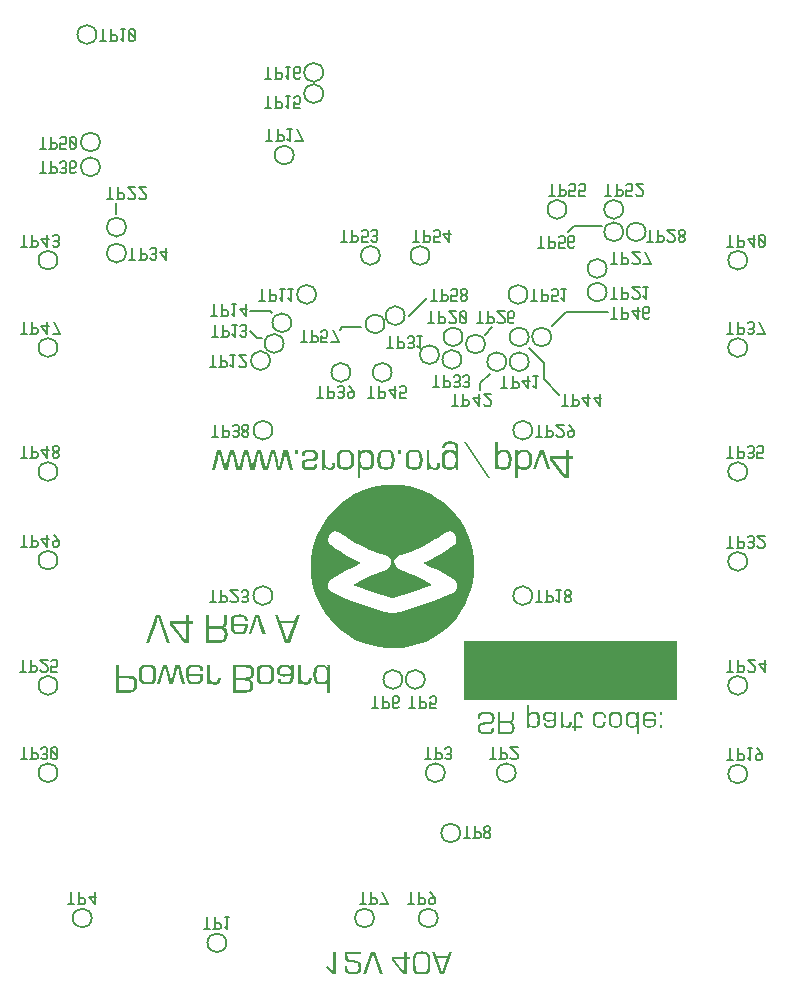
<source format=gbr>
G04 start of page 13 for group -4078 idx -4078 *
G04 Title: (unknown), bottomsilk *
G04 Creator: pcb 1.99z *
G04 CreationDate: Tue 11 Feb 2014 00:02:27 GMT UTC *
G04 For: rbarlow *
G04 Format: Gerber/RS-274X *
G04 PCB-Dimensions (mm): 85.00 105.00 *
G04 PCB-Coordinate-Origin: lower left *
%MOMM*%
%FSLAX43Y43*%
%LNBOTTOMSILK*%
%ADD204C,0.150*%
%ADD203C,0.200*%
%ADD202C,0.002*%
G54D202*G36*
X47138Y13748D02*X47287Y14145D01*
X47508D01*
X46808Y12264D01*
X46664D01*
Y12451D01*
X47078Y13587D01*
X46664D01*
Y13748D01*
X47138D01*
G37*
G36*
X46664Y12264D02*X46510D01*
X45821Y14145D01*
X46042D01*
X46190Y13748D01*
X46664D01*
Y13587D01*
X46251D01*
X46659Y12436D01*
X46664Y12451D01*
Y12264D01*
G37*
G36*
X44939Y14167D02*X45168Y14156D01*
X45350Y14123D01*
X45485Y14068D01*
X45573Y13990D01*
X45617Y13889D01*
X45650Y13723D01*
X45671Y13494D01*
X45678Y13202D01*
X45669Y12896D01*
X45649Y12658D01*
X45614Y12489D01*
X45568Y12385D01*
X45488Y12323D01*
X45357Y12279D01*
X45173Y12252D01*
X44939Y12243D01*
Y12425D01*
X45253Y12450D01*
X45402Y12528D01*
X45454Y12748D01*
X45474Y13202D01*
X45468Y13461D01*
X45454Y13661D01*
X45432Y13803D01*
X45402Y13885D01*
X45253Y13959D01*
X44939Y13984D01*
Y14167D01*
G37*
G36*
X44939Y12243D02*X44526Y12278D01*
X44311Y12381D01*
X44261Y12479D01*
X44227Y12637D01*
X44206Y12856D01*
X44200Y13135D01*
X44206Y13457D01*
X44225Y13707D01*
X44258Y13885D01*
X44305Y13990D01*
X44393Y14068D01*
X44528Y14123D01*
X44710Y14156D01*
X44939Y14167D01*
X44939Y14167D01*
Y13984D01*
X44939Y13984D01*
X44622Y13959D01*
X44470Y13885D01*
X44442Y13803D01*
X44421Y13661D01*
X44408Y13461D01*
X44404Y13202D01*
X44421Y12748D01*
X44470Y12528D01*
X44622Y12450D01*
X44939Y12425D01*
X44939Y12425D01*
Y12243D01*
X44939Y12243D01*
G37*
G36*
X43682Y12264D02*X43357D01*
X43032Y12679D01*
Y12960D01*
X43467Y12396D01*
X43473D01*
Y13532D01*
X43032D01*
Y13708D01*
X43473D01*
Y14145D01*
X43682D01*
Y13708D01*
X43964D01*
Y13532D01*
X43682D01*
Y12264D01*
G37*
G36*
X43032Y12679D02*X42420Y13461D01*
Y13708D01*
X43032D01*
Y13532D01*
X42591D01*
X43032Y12960D01*
Y12679D01*
G37*
G36*
X41422Y12264D02*X40932Y13688D01*
X40838Y13973D01*
X40832D01*
X40788Y13831D01*
X40739Y13682D01*
X40237Y12264D01*
X40006D01*
X40684Y14145D01*
X40987D01*
X41648Y12264D01*
X41422D01*
G37*
G36*
X39802Y13963D02*X38655D01*
Y13902D01*
X38672Y13664D01*
X38722Y13543D01*
X38863Y13485D01*
X39151Y13444D01*
X39486Y13383D01*
X39681Y13290D01*
X39774Y13118D01*
X39807Y12837D01*
X39774Y12542D01*
X39675Y12364D01*
X39481Y12272D01*
X39162Y12243D01*
X38803Y12271D01*
X38589Y12359D01*
X38484Y12526D01*
X38451Y12806D01*
X38446Y12905D01*
X38655D01*
Y12761D01*
X38676Y12582D01*
X38743Y12484D01*
X38892Y12439D01*
X39168Y12425D01*
X39392Y12443D01*
X39521Y12497D01*
X39582Y12610D01*
X39603Y12810D01*
X39584Y13034D01*
X39532Y13153D01*
X39390Y13212D01*
X39113Y13257D01*
X38756Y13317D01*
X38562Y13399D01*
X38475Y13546D01*
X38446Y13792D01*
Y14145D01*
X39802D01*
Y13963D01*
G37*
G36*
X37680Y12264D02*X37371D01*
X36853Y12826D01*
X36985Y12954D01*
X37465Y12420D01*
Y14145D01*
X37680D01*
Y12264D01*
G37*
G36*
X48542Y35446D02*Y40445D01*
X66542D01*
Y35446D01*
X48542D01*
G37*
G36*
X51076Y33071D02*X51043Y32798D01*
X50944Y32643D01*
X50743Y32567D01*
X50398Y32542D01*
X50048Y32570D01*
X49842Y32654D01*
X49737Y32812D01*
X49704Y33078D01*
X49733Y33282D01*
X49821Y33432D01*
X49970Y33530D01*
X50178Y33573D01*
X50387Y33584D01*
X50608Y33596D01*
X50757Y33620D01*
X50845Y33668D01*
X50889Y33751D01*
X50906Y33893D01*
X50885Y34110D01*
X50823Y34225D01*
X50667Y34269D01*
X50371Y34285D01*
X50115Y34269D01*
X49980Y34225D01*
X49920Y34116D01*
X49902Y33909D01*
Y33861D01*
X49687D01*
X49693Y33949D01*
X49726Y34207D01*
X49825Y34363D01*
X50025Y34440D01*
X50365Y34466D01*
X50750Y34440D01*
X50972Y34363D01*
X51074Y34196D01*
X51110Y33909D01*
X51078Y33649D01*
X50988Y33501D01*
X50790Y33426D01*
X50431Y33387D01*
X50130Y33361D01*
X49980Y33319D01*
X49920Y33227D01*
X49902Y33044D01*
X49924Y32877D01*
X49996Y32786D01*
X50153Y32740D01*
X50431Y32725D01*
X50659Y32740D01*
X50784Y32786D01*
X50841Y32888D01*
X50861Y33071D01*
X51076D01*
G37*
G36*
X52093Y33685D02*X52289D01*
X52413Y33704D01*
X52503Y33764D01*
X52556Y33866D01*
X52576Y34010D01*
Y34445D01*
X52785D01*
Y33966D01*
X52766Y33814D01*
X52711Y33702D01*
X52617Y33631D01*
X52488Y33601D01*
Y33596D01*
X52647Y33545D01*
X52747Y33464D01*
X52796Y33321D01*
X52813Y33099D01*
X52780Y32847D01*
X52686Y32687D01*
X52518Y32596D01*
X52261Y32566D01*
X52093D01*
Y32742D01*
X52267D01*
X52442Y32761D01*
X52543Y32819D01*
X52592Y32940D01*
X52608Y33148D01*
X52585Y33321D01*
X52520Y33431D01*
X52393Y33483D01*
X52190Y33501D01*
X52093D01*
Y33685D01*
G37*
G36*
X51368Y34445D02*X51578D01*
Y33685D01*
X52093D01*
Y33501D01*
X51578D01*
Y32742D01*
X52093D01*
Y32566D01*
X51368D01*
Y34445D01*
G37*
G36*
X54384Y34455D02*X54450Y34466D01*
X54687Y34430D01*
X54841Y34323D01*
X54928Y34119D01*
X54957Y33804D01*
X54928Y33465D01*
X54847Y33255D01*
X54690Y33142D01*
X54444Y33104D01*
X54384Y33115D01*
Y33265D01*
X54389Y33264D01*
X54580Y33289D01*
X54687Y33364D01*
X54736Y33523D01*
X54753Y33800D01*
X54734Y34057D01*
X54681Y34207D01*
X54575Y34278D01*
X54395Y34302D01*
X54384Y34300D01*
Y34455D01*
G37*
G36*
X53822Y33128D02*Y35012D01*
X54014D01*
Y34289D01*
X54020D01*
X54178Y34422D01*
X54384Y34455D01*
Y34300D01*
X54204Y34276D01*
X54092Y34201D01*
X54032Y34050D01*
X54014Y33793D01*
X54031Y33525D01*
X54086Y33369D01*
X54196Y33290D01*
X54384Y33265D01*
Y33115D01*
X54166Y33153D01*
X54009Y33299D01*
X54003Y33292D01*
X54014Y33128D01*
X53822D01*
G37*
G36*
X55786Y33262D02*X55817Y33260D01*
X55988Y33275D01*
X56087Y33325D01*
X56131Y33431D01*
X56148Y33617D01*
Y33777D01*
X56142D01*
X56006Y33675D01*
X55786Y33648D01*
Y33794D01*
X55960Y33807D01*
X56076Y33848D01*
X56138Y33924D01*
X56158Y34054D01*
X56132Y34161D01*
X56055Y34239D01*
X55928Y34285D01*
X55786Y34298D01*
Y34455D01*
X55990Y34424D01*
X56158Y34302D01*
X56164D01*
X56148Y34445D01*
X56340D01*
Y33573D01*
X56312Y33346D01*
X56225Y33204D01*
X56055Y33129D01*
X55786Y33105D01*
Y33262D01*
G37*
G36*
Y33648D02*X55728Y33640D01*
X55479Y33664D01*
X55321Y33733D01*
X55237Y33860D01*
X55210Y34065D01*
X55241Y34240D01*
X55335Y34365D01*
X55491Y34440D01*
X55712Y34466D01*
X55786Y34455D01*
Y34298D01*
X55751Y34302D01*
X55580Y34288D01*
X55481Y34251D01*
X55431Y34174D01*
X55414Y34042D01*
X55431Y33916D01*
X55481Y33844D01*
X55585Y33806D01*
X55773Y33793D01*
X55786Y33794D01*
Y33648D01*
G37*
G36*
X55458Y33496D02*Y33457D01*
X55481Y33370D01*
X55547Y33308D01*
X55658Y33271D01*
X55786Y33262D01*
Y33105D01*
X55778Y33104D01*
X55523Y33125D01*
X55370Y33187D01*
X55296Y33304D01*
X55271Y33496D01*
X55458D01*
G37*
G36*
X56715Y33128D02*Y34445D01*
X56908D01*
Y33657D01*
X56927Y33481D01*
X56988Y33355D01*
X57090Y33280D01*
X57234Y33255D01*
X57397Y33304D01*
X57454Y33457D01*
X57448Y33529D01*
X57443Y33563D01*
X57636D01*
Y33468D01*
X57612Y33304D01*
X57545Y33187D01*
X57431Y33117D01*
X57272Y33095D01*
X57045Y33142D01*
X56897Y33281D01*
X56892Y33275D01*
X56908Y33128D01*
X56715D01*
G37*
G36*
X58523D02*X58016D01*
Y32807D01*
X57823D01*
Y33128D01*
X57636D01*
Y33288D01*
X57823D01*
Y34142D01*
X57847Y34284D01*
X57918Y34385D01*
X58037Y34445D01*
X58204Y34466D01*
X58364Y34441D01*
X58479Y34368D01*
X58549Y34245D01*
X58573Y34074D01*
Y33977D01*
X58391D01*
Y34048D01*
X58385Y34113D01*
X58340Y34255D01*
X58204Y34302D01*
X58062Y34248D01*
X58016Y34092D01*
Y33288D01*
X58523D01*
Y33128D01*
G37*
G36*
X60353Y33970D02*X60337Y34146D01*
X60293Y34245D01*
X60195Y34288D01*
X60017Y34302D01*
X59799Y34280D01*
X59681Y34214D01*
X59631Y34064D01*
X59615Y33793D01*
X59628Y33518D01*
X59675Y33364D01*
X59774Y33289D01*
X59957Y33264D01*
X60142Y33278D01*
X60254Y33319D01*
X60311Y33395D01*
X60331Y33525D01*
Y33556D01*
X60524D01*
X60495Y33340D01*
X60408Y33204D01*
X60239Y33129D01*
X59968Y33104D01*
X59694Y33140D01*
X59527Y33248D01*
X59440Y33450D01*
X59411Y33777D01*
X59437Y34126D01*
X59521Y34334D01*
X59696Y34433D01*
X59995Y34466D01*
X60235Y34438D01*
X60407Y34360D01*
X60510Y34227D01*
X60546Y34042D01*
Y33970D01*
X60353D01*
G37*
G36*
X61362Y34466D02*X61660Y34434D01*
X61831Y34339D01*
X61912Y34134D01*
X61941Y33783D01*
X61912Y33432D01*
X61831Y33231D01*
X61660Y33136D01*
X61362Y33105D01*
Y33264D01*
X61566Y33286D01*
X61676Y33352D01*
X61726Y33501D01*
X61742Y33783D01*
X61726Y34068D01*
X61676Y34218D01*
X61566Y34280D01*
X61362Y34302D01*
Y34466D01*
G37*
G36*
X61362Y33104D02*X61060Y33136D01*
X60888Y33231D01*
X60804Y33432D01*
X60778Y33783D01*
X60804Y34134D01*
X60888Y34339D01*
X61060Y34434D01*
X61362Y34466D01*
X61362Y34466D01*
Y34302D01*
X61362Y34302D01*
X61151Y34280D01*
X61042Y34218D01*
X60996Y34068D01*
X60982Y33783D01*
X60996Y33501D01*
X61042Y33352D01*
X61151Y33286D01*
X61362Y33264D01*
X61362Y33264D01*
Y33105D01*
X61362Y33104D01*
G37*
G36*
X63346Y32566D02*X63153D01*
Y33292D01*
X63148D01*
X63003Y33151D01*
X62779Y33114D01*
Y33266D01*
X62954Y33289D01*
X63071Y33364D01*
X63127Y33508D01*
X63148Y33745D01*
X63129Y34035D01*
X63076Y34201D01*
X62962Y34276D01*
X62779Y34300D01*
Y34458D01*
X63003Y34418D01*
X63153Y34274D01*
X63159D01*
X63153Y34445D01*
X63346D01*
Y32566D01*
G37*
G36*
X62779Y33114D02*X62718Y33104D01*
X62472Y33142D01*
X62316Y33255D01*
X62232Y33454D01*
X62206Y33766D01*
X62232Y34105D01*
X62316Y34318D01*
X62477Y34429D01*
X62735Y34466D01*
X62779Y34458D01*
Y34300D01*
X62768Y34302D01*
X62583Y34276D01*
X62476Y34201D01*
X62426Y34040D01*
X62410Y33766D01*
X62426Y33515D01*
X62481Y33364D01*
X62586Y33289D01*
X62762Y33264D01*
X62779Y33266D01*
Y33114D01*
G37*
G36*
X64223Y33821D02*X64796D01*
Y33716D01*
X64767Y33406D01*
X64680Y33227D01*
X64505Y33135D01*
X64223Y33106D01*
Y33264D01*
X64413Y33281D01*
X64526Y33332D01*
X64578Y33432D01*
X64598Y33607D01*
Y33672D01*
X64223D01*
Y33821D01*
G37*
G36*
X64598Y34048D02*Y34085D01*
X64578Y34200D01*
X64526Y34262D01*
X64419Y34292D01*
X64228Y34302D01*
X64223Y34301D01*
Y34465D01*
X64234Y34466D01*
X64499Y34445D01*
X64669Y34383D01*
X64763Y34269D01*
X64796Y34092D01*
Y34048D01*
X64598D01*
G37*
G36*
X64223Y34301D02*X64026Y34280D01*
X63914Y34218D01*
X63865Y34074D01*
X63848Y33821D01*
X64223D01*
Y33672D01*
X63848D01*
X63865Y33464D01*
X63920Y33343D01*
X64030Y33284D01*
X64223Y33264D01*
X64223Y33264D01*
Y33106D01*
X64206Y33104D01*
X63924Y33139D01*
X63754Y33244D01*
X63670Y33442D01*
X63644Y33773D01*
X63670Y34126D01*
X63754Y34334D01*
X63932Y34433D01*
X64223Y34465D01*
Y34301D01*
G37*
G36*
X65308Y34190D02*X65099D01*
Y34445D01*
X65308D01*
Y34190D01*
G37*
G36*
Y33128D02*X65099D01*
Y33380D01*
X65308D01*
Y33128D01*
G37*
G36*
X19965Y37520D02*X20125D01*
X20472Y37482D01*
X20687Y37371D01*
X20802Y37157D01*
X20842Y36818D01*
X20804Y36466D01*
X20693Y36245D01*
X20485Y36130D01*
X20153Y36092D01*
X19965D01*
Y36317D01*
X20158D01*
X20385Y36340D01*
X20511Y36412D01*
X20568Y36562D01*
X20588Y36842D01*
X20559Y37080D01*
X20472Y37215D01*
X20290Y37274D01*
X19971Y37294D01*
X19965D01*
Y37520D01*
G37*
G36*
X19078Y38446D02*X19342D01*
Y37520D01*
X19965D01*
Y37294D01*
X19342D01*
Y36317D01*
X19965D01*
Y36092D01*
X19078D01*
Y38446D01*
G37*
G36*
X21743Y38466D02*X22118Y38428D01*
X22332Y38314D01*
X22435Y38060D01*
X22470Y37623D01*
X22435Y37184D01*
X22332Y36934D01*
X22118Y36814D01*
X21743Y36774D01*
Y36974D01*
X22000Y36999D01*
X22140Y37079D01*
X22196Y37266D01*
X22217Y37623D01*
X22196Y37976D01*
X22140Y38165D01*
X22000Y38243D01*
X21743Y38269D01*
Y38466D01*
G37*
G36*
X21743Y36774D02*X21364Y36814D01*
X21148Y36934D01*
X21048Y37184D01*
X21015Y37623D01*
X21048Y38060D01*
X21148Y38314D01*
X21364Y38428D01*
X21743Y38466D01*
X21743Y38466D01*
Y38269D01*
X21743Y38269D01*
X21482Y38243D01*
X21346Y38165D01*
X21287Y37976D01*
X21269Y37623D01*
X21287Y37266D01*
X21346Y37079D01*
X21482Y36999D01*
X21743Y36974D01*
X21743Y36974D01*
Y36774D01*
X21743Y36774D01*
G37*
G36*
X24916Y36798D02*X24657D01*
X24426Y37711D01*
X24354Y37992D01*
X24288Y38281D01*
X24282D01*
X24250Y38137D01*
X24216Y37999D01*
X24145Y37711D01*
X23924Y36798D01*
X23572D01*
X23346Y37711D01*
X23274Y37992D01*
X23208Y38281D01*
X23202D01*
X23169Y38137D01*
X23131Y37992D01*
X23059Y37711D01*
X22827Y36798D01*
X22574D01*
X23020Y38446D01*
X23384D01*
X23610Y37531D01*
X23676Y37250D01*
X23742Y36974D01*
X23748D01*
X23781Y37110D01*
X23808Y37250D01*
X23875Y37531D01*
X24095Y38446D01*
X24453D01*
X24916Y36798D01*
G37*
G36*
X25721Y37667D02*X26435D01*
Y37535D01*
X26398Y37149D01*
X26292Y36923D01*
X26073Y36811D01*
X25721Y36777D01*
Y36974D01*
X25958Y36993D01*
X26099Y37055D01*
X26164Y37182D01*
X26187Y37403D01*
Y37480D01*
X25721D01*
Y37667D01*
G37*
G36*
X26187Y37948D02*Y37999D01*
X26164Y38139D01*
X26099Y38220D01*
X25962Y38257D01*
X25724Y38269D01*
X25721Y38269D01*
Y38465D01*
X25735Y38466D01*
X26066Y38442D01*
X26281Y38369D01*
X26395Y38227D01*
X26435Y38009D01*
Y37948D01*
X26187D01*
G37*
G36*
X25721Y38269D02*X25470Y38243D01*
X25332Y38165D01*
X25270Y37986D01*
X25250Y37667D01*
X25721D01*
Y37480D01*
X25256D01*
X25276Y37218D01*
X25338Y37066D01*
X25476Y36998D01*
X25719Y36974D01*
X25721Y36974D01*
Y36777D01*
X25696Y36774D01*
X25349Y36817D01*
X25140Y36947D01*
X25031Y37192D01*
X24996Y37602D01*
X25030Y38045D01*
X25134Y38301D01*
X25355Y38425D01*
X25721Y38465D01*
Y38269D01*
G37*
G36*
X26769Y36798D02*Y38446D01*
X27011D01*
Y37459D01*
X27036Y37240D01*
X27110Y37086D01*
X27237Y36992D01*
X27414Y36962D01*
X27619Y37025D01*
X27689Y37215D01*
X27683Y37299D01*
X27678Y37343D01*
X27915D01*
Y37226D01*
X27886Y37021D01*
X27801Y36875D01*
X27660Y36787D01*
X27463Y36758D01*
X27178Y36817D01*
X26989Y36995D01*
X26984Y36990D01*
X27011Y36798D01*
X26769D01*
G37*
G36*
X29864Y38446D02*X30106D01*
X30414Y38409D01*
X30613Y38297D01*
X30725Y38088D01*
X30762Y37768D01*
X30739Y37558D01*
X30668Y37397D01*
X30553Y37283D01*
X30393Y37215D01*
Y37211D01*
X30522Y37139D01*
X30616Y37035D01*
X30671Y36892D01*
X30690Y36714D01*
X30657Y36398D01*
X30558Y36212D01*
X30349Y36123D01*
X29990Y36092D01*
X29864D01*
Y36317D01*
X29985D01*
X30219Y36335D01*
X30354Y36388D01*
X30416Y36497D01*
X30437Y36693D01*
X30412Y36919D01*
X30343Y37050D01*
X30188Y37108D01*
X29913Y37127D01*
X29864D01*
Y37354D01*
X29902D01*
X30238Y37371D01*
X30415Y37426D01*
X30484Y37554D01*
X30508Y37812D01*
X30484Y38020D01*
X30415Y38141D01*
X30268Y38201D01*
X30018Y38220D01*
X29864D01*
Y38446D01*
G37*
G36*
X28954D02*X29864D01*
Y38220D01*
X29219D01*
Y37354D01*
X29864D01*
Y37127D01*
X29219D01*
Y36317D01*
X29864D01*
Y36092D01*
X28954D01*
Y38446D01*
G37*
G36*
X33402Y36964D02*X33436Y36962D01*
X33652Y36982D01*
X33777Y37046D01*
X33834Y37177D01*
X33854Y37408D01*
Y37612D01*
X33849D01*
X33674Y37485D01*
X33402Y37452D01*
Y37630D01*
X33619Y37647D01*
X33766Y37700D01*
X33841Y37798D01*
X33865Y37961D01*
X33832Y38096D01*
X33737Y38192D01*
X33579Y38250D01*
X33402Y38266D01*
Y38453D01*
X33660Y38416D01*
X33871Y38264D01*
Y38269D01*
X33854Y38446D01*
X34097D01*
Y37359D01*
X34060Y37072D01*
X33948Y36897D01*
X33737Y36805D01*
X33402Y36775D01*
Y36964D01*
G37*
G36*
Y37452D02*X33331Y37443D01*
X33018Y37470D01*
X32824Y37558D01*
X32719Y37715D01*
X32686Y37965D01*
X32724Y38184D01*
X32840Y38341D01*
X33035Y38435D01*
X33309Y38466D01*
X33402Y38453D01*
Y38266D01*
X33358Y38269D01*
X33146Y38254D01*
X33022Y38209D01*
X32960Y38108D01*
X32939Y37937D01*
X32960Y37779D01*
X33022Y37691D01*
X33152Y37644D01*
X33380Y37629D01*
X33402Y37630D01*
Y37452D01*
G37*
G36*
X32994Y37259D02*Y37211D01*
X33021Y37102D01*
X33103Y37024D01*
X33241Y36977D01*
X33402Y36964D01*
Y36775D01*
X33397Y36774D01*
X33078Y36799D01*
X32884Y36873D01*
X32788Y37019D01*
X32757Y37259D01*
X32994D01*
G37*
G36*
X34494Y36798D02*Y38446D01*
X34736D01*
Y37459D01*
X34761Y37240D01*
X34836Y37086D01*
X34962Y36992D01*
X35139Y36962D01*
X35344Y37025D01*
X35414Y37215D01*
X35409Y37299D01*
X35403Y37343D01*
X35640D01*
Y37226D01*
X35611Y37021D01*
X35526Y36875D01*
X35385Y36787D01*
X35188Y36758D01*
X34903Y36817D01*
X34714Y36995D01*
X34709Y36990D01*
X34736Y36798D01*
X34494D01*
G37*
G36*
X37195Y36092D02*X36952D01*
Y37002D01*
X36947Y37006D01*
X36882Y36904D01*
X36770Y36832D01*
X36613Y36788D01*
X36489Y36780D01*
Y36976D01*
X36708Y37006D01*
X36853Y37100D01*
X36927Y37280D01*
X36952Y37575D01*
X36929Y37933D01*
X36864Y38141D01*
X36722Y38236D01*
X36489Y38268D01*
Y38456D01*
X36769Y38407D01*
X36958Y38230D01*
X36969D01*
X36952Y38446D01*
X37195D01*
Y36092D01*
G37*
G36*
X36489Y36780D02*X36412Y36774D01*
X36106Y36820D01*
X35911Y36958D01*
X35806Y37204D01*
X35773Y37596D01*
X35806Y38020D01*
X35911Y38285D01*
X36110Y38421D01*
X36428Y38466D01*
X36489Y38456D01*
Y38268D01*
X36478Y38269D01*
X36248Y38236D01*
X36114Y38141D01*
X36047Y37939D01*
X36026Y37596D01*
X36047Y37284D01*
X36114Y37100D01*
X36247Y37006D01*
X36473Y36974D01*
X36489Y36976D01*
Y36780D01*
G37*
G36*
X23373Y40326D02*X22756Y42106D01*
X22640Y42463D01*
X22629D01*
X22574Y42282D01*
X22513Y42106D01*
X21885Y40326D01*
X21604D01*
X22442Y42679D01*
X22822D01*
X23654Y40326D01*
X23373D01*
G37*
G36*
X25234D02*X24820D01*
X24420Y40838D01*
Y41200D01*
X24963Y40495D01*
X24969D01*
Y41913D01*
X24420D01*
Y42138D01*
X24969D01*
Y42679D01*
X25234D01*
Y42138D01*
X25586D01*
Y41913D01*
X25234D01*
Y40326D01*
G37*
G36*
X24420Y40838D02*X23652Y41825D01*
Y42138D01*
X24420D01*
Y41913D01*
X23872D01*
X24420Y41200D01*
Y40838D01*
G37*
G36*
X27618Y41724D02*X27860D01*
X28016Y41749D01*
X28127Y41827D01*
X28195Y41956D01*
X28218Y42138D01*
Y42679D01*
X28483D01*
Y42077D01*
X28458Y41887D01*
X28388Y41748D01*
X28270Y41660D01*
X28108Y41621D01*
Y41615D01*
X28305Y41557D01*
X28428Y41456D01*
X28492Y41274D01*
X28516Y40998D01*
X28476Y40682D01*
X28362Y40478D01*
X28149Y40363D01*
X27827Y40326D01*
X27618D01*
Y40550D01*
X27827D01*
X28049Y40575D01*
X28180Y40651D01*
X28242Y40801D01*
X28262Y41063D01*
X28234Y41278D01*
X28152Y41411D01*
X27992Y41480D01*
X27739Y41504D01*
X27618D01*
Y41724D01*
G37*
G36*
X26708Y42679D02*X26973D01*
Y41724D01*
X27618D01*
Y41504D01*
X26973D01*
Y40550D01*
X27618D01*
Y40326D01*
X26708D01*
Y42679D01*
G37*
G36*
X29482Y41901D02*X30196D01*
Y41768D01*
X30158Y41382D01*
X30052Y41156D01*
X29833Y41045D01*
X29482Y41010D01*
Y41208D01*
X29719Y41227D01*
X29860Y41289D01*
X29924Y41415D01*
X29948Y41636D01*
Y41713D01*
X29482D01*
Y41901D01*
G37*
G36*
X29948Y42182D02*Y42233D01*
X29924Y42372D01*
X29860Y42453D01*
X29723Y42490D01*
X29485Y42503D01*
X29482Y42503D01*
Y42698D01*
X29496Y42700D01*
X29826Y42675D01*
X30041Y42602D01*
X30156Y42460D01*
X30196Y42242D01*
Y42182D01*
X29948D01*
G37*
G36*
X29482Y42503D02*X29231Y42477D01*
X29093Y42398D01*
X29031Y42219D01*
X29011Y41901D01*
X29482D01*
Y41713D01*
X29016D01*
X29037Y41451D01*
X29099Y41300D01*
X29236Y41231D01*
X29479Y41207D01*
X29482Y41208D01*
Y41010D01*
X29457Y41008D01*
X29110Y41050D01*
X28900Y41180D01*
X28792Y41425D01*
X28757Y41836D01*
X28790Y42278D01*
X28895Y42535D01*
X29115Y42658D01*
X29482Y42698D01*
Y42503D01*
G37*
G36*
X31725Y41031D02*X31455D01*
X31174Y41930D01*
X31086Y42209D01*
X31047Y42354D01*
X31003Y42490D01*
X30998D01*
X30954Y42347D01*
X30910Y42209D01*
X30822Y41930D01*
X30529Y41031D01*
X30281D01*
X30827Y42679D01*
X31174D01*
X31725Y41031D01*
G37*
G36*
X34172Y42182D02*X34353Y42679D01*
X34629D01*
X33752Y40326D01*
X33576D01*
Y40561D01*
X34094Y41978D01*
X33576D01*
Y42182D01*
X34172D01*
G37*
G36*
X33576Y40326D02*X33378D01*
X32518Y42679D01*
X32799D01*
X32981Y42182D01*
X33576D01*
Y41978D01*
X33058D01*
X33570Y40546D01*
X33576Y40561D01*
Y40326D01*
G37*
G36*
X31710Y36774D02*Y36974D01*
X31968Y36999D01*
X32107Y37079D01*
X32164Y37266D01*
X32184Y37623D01*
X32164Y37976D01*
X32107Y38165D01*
X31968Y38243D01*
X31710Y38269D01*
Y38466D01*
X32085Y38428D01*
X32300Y38314D01*
X32402Y38060D01*
X32438Y37623D01*
X32402Y37184D01*
X32300Y36934D01*
X32085Y36814D01*
X31710Y36774D01*
G37*
G36*
Y36774D02*X31331Y36814D01*
X31115Y36934D01*
X31016Y37184D01*
X30982Y37623D01*
X31016Y38060D01*
X31115Y38314D01*
X31331Y38428D01*
X31710Y38466D01*
Y38269D01*
X31450Y38243D01*
X31313Y38165D01*
X31254Y37976D01*
X31236Y37623D01*
X31254Y37266D01*
X31313Y37079D01*
X31450Y36999D01*
X31710Y36974D01*
Y36774D01*
G37*
G36*
X34054Y54975D02*X33795D01*
X33564Y55889D01*
X33492Y56170D01*
X33426Y56458D01*
X33420D01*
X33388Y56313D01*
X33354Y56177D01*
X33283Y55889D01*
X33062Y54975D01*
X32710D01*
X32484Y55889D01*
X32412Y56170D01*
X32346Y56458D01*
X32340D01*
X32307Y56313D01*
X32269Y56170D01*
X32197Y55889D01*
X31965Y54975D01*
X31526D01*
X31294Y55889D01*
X31223Y56170D01*
X31156Y56458D01*
X31151D01*
X31118Y56313D01*
X31085Y56177D01*
X31013Y55889D01*
X30793Y54975D01*
X30440D01*
X30214Y55889D01*
X30142Y56170D01*
X30076Y56458D01*
X30070D01*
X30038Y56313D01*
X29999Y56170D01*
X29927Y55889D01*
X29696Y54975D01*
X29257D01*
X29026Y55889D01*
X28954Y56170D01*
X28888Y56458D01*
X28882D01*
X28850Y56313D01*
X28816Y56177D01*
X28745Y55889D01*
X28524Y54975D01*
X28172D01*
X27946Y55889D01*
X27874Y56170D01*
X27808Y56458D01*
X27802D01*
X27769Y56313D01*
X27731Y56170D01*
X27659Y55889D01*
X27427Y54975D01*
X27174D01*
X27620Y56622D01*
X27984D01*
X28210Y55708D01*
X28276Y55427D01*
X28342Y55151D01*
X28348D01*
X28381Y55288D01*
X28409Y55427D01*
X28475Y55708D01*
X28695Y56622D01*
X29054D01*
X29479Y55110D01*
X29889Y56622D01*
X30252D01*
X30478Y55708D01*
X30544Y55427D01*
X30611Y55151D01*
X30616D01*
X30649Y55288D01*
X30677Y55427D01*
X30743Y55708D01*
X30964Y56622D01*
X31322D01*
X31748Y55107D01*
X32158Y56622D01*
X32522D01*
X32748Y55708D01*
X32814Y55427D01*
X32880Y55151D01*
X32886D01*
X32919Y55288D01*
X32946Y55427D01*
X33013Y55708D01*
X33233Y56622D01*
X33592D01*
X34054Y54975D01*
G37*
G36*
X34448Y56302D02*X34178D01*
Y56622D01*
X34448D01*
Y56302D01*
G37*
G36*
X36119Y55403D02*Y55343D01*
X36077Y55172D01*
X35953Y55049D01*
X35749Y54976D01*
X35463Y54953D01*
X35121Y54976D01*
X34917Y55047D01*
X34818Y55182D01*
X34785Y55416D01*
X34826Y55657D01*
X34956Y55800D01*
X35220Y55866D01*
X35678Y55889D01*
X35854Y55955D01*
X35915Y56153D01*
X35890Y56301D01*
X35821Y56390D01*
X35675Y56431D01*
X35430Y56445D01*
X35226Y56431D01*
X35104Y56390D01*
X35042Y56310D01*
X35022Y56177D01*
X35016Y56099D01*
X34768D01*
Y56188D01*
X34806Y56410D01*
X34917Y56550D01*
X35132Y56622D01*
X35474Y56645D01*
X35809Y56619D01*
X36019Y56546D01*
X36131Y56398D01*
X36168Y56165D01*
X36139Y55968D01*
X36057Y55824D01*
X35916Y55733D01*
X35722Y55696D01*
X35474Y55681D01*
X35281Y55668D01*
X35095Y55598D01*
X35033Y55403D01*
X35049Y55268D01*
X35104Y55195D01*
X35227Y55162D01*
X35446Y55151D01*
X35681Y55162D01*
X35804Y55195D01*
X35857Y55267D01*
X35876Y55403D01*
X36119D01*
G37*
G36*
X36476Y54975D02*Y56622D01*
X36718D01*
Y55636D01*
X36743Y55419D01*
X36818Y55263D01*
X36944Y55169D01*
X37120Y55139D01*
X37326Y55202D01*
X37396Y55394D01*
X37391Y55475D01*
X37385Y55519D01*
X37622D01*
Y55403D01*
X37593Y55198D01*
X37508Y55052D01*
X37367Y54964D01*
X37170Y54935D01*
X36885Y54994D01*
X36696Y55173D01*
X36690Y55166D01*
X36718Y54975D01*
X36476D01*
G37*
G36*
X38481Y54953D02*X38481Y54953D01*
Y55151D01*
X38481Y55151D01*
X38738Y55176D01*
X38877Y55255D01*
X38934Y55443D01*
X38955Y55800D01*
X38934Y56153D01*
X38877Y56342D01*
X38738Y56419D01*
X38481Y56445D01*
X38481Y56445D01*
Y56645D01*
X38481Y56645D01*
X38856Y56605D01*
X39070Y56489D01*
X39173Y56237D01*
X39208Y55800D01*
X39173Y55361D01*
X39070Y55111D01*
X38856Y54992D01*
X38481Y54953D01*
G37*
G36*
X38481Y54953D02*X38102Y54992D01*
X37885Y55111D01*
X37786Y55361D01*
X37753Y55800D01*
X37786Y56237D01*
X37885Y56489D01*
X38102Y56605D01*
X38481Y56645D01*
Y56445D01*
X38220Y56419D01*
X38084Y56342D01*
X38024Y56153D01*
X38007Y55800D01*
X38024Y55443D01*
X38084Y55255D01*
X38220Y55176D01*
X38481Y55151D01*
Y54953D01*
G37*
G36*
X40221Y56637D02*X40265Y56645D01*
X40585Y56601D01*
X40789Y56469D01*
X40900Y56214D01*
X40938Y55817D01*
X40902Y55402D01*
X40800Y55139D01*
X40604Y55000D01*
X40298Y54953D01*
X40221Y54958D01*
Y55153D01*
X40238Y55151D01*
X40464Y55183D01*
X40596Y55278D01*
X40661Y55470D01*
X40684Y55807D01*
X40661Y56131D01*
X40596Y56326D01*
X40468Y56415D01*
X40249Y56445D01*
X40221Y56442D01*
Y56637D01*
G37*
G36*
X39510Y56622D02*X39753D01*
X39742Y56418D01*
X39747D01*
X39942Y56589D01*
X40221Y56637D01*
Y56442D01*
X39990Y56415D01*
X39846Y56326D01*
X39779Y56122D01*
X39758Y55756D01*
X39780Y55453D01*
X39852Y55271D01*
X39997Y55182D01*
X40221Y55153D01*
Y54958D01*
X40092Y54967D01*
X39933Y55012D01*
X39822Y55086D01*
X39758Y55190D01*
X39753Y55183D01*
Y54269D01*
X39510D01*
Y56622D01*
G37*
G36*
X41927Y54953D02*X41927Y54953D01*
Y55151D01*
X41927Y55151D01*
X42185Y55176D01*
X42324Y55255D01*
X42381Y55443D01*
X42401Y55800D01*
X42381Y56153D01*
X42324Y56342D01*
X42185Y56419D01*
X41927Y56445D01*
X41927Y56445D01*
Y56645D01*
X41927Y56645D01*
X42302Y56605D01*
X42517Y56489D01*
X42619Y56237D01*
X42655Y55800D01*
X42619Y55361D01*
X42517Y55111D01*
X42302Y54992D01*
X41927Y54953D01*
G37*
G36*
X41927Y54953D02*X41548Y54992D01*
X41332Y55111D01*
X41232Y55361D01*
X41200Y55800D01*
X41232Y56237D01*
X41332Y56489D01*
X41548Y56605D01*
X41927Y56645D01*
Y56445D01*
X41667Y56419D01*
X41530Y56342D01*
X41471Y56153D01*
X41453Y55800D01*
X41471Y55443D01*
X41530Y55255D01*
X41667Y55176D01*
X41927Y55151D01*
Y54953D01*
G37*
G36*
X43227Y56302D02*X42956D01*
Y56622D01*
X43227D01*
Y56302D01*
G37*
G36*
X44302Y54953D02*X44302Y54953D01*
Y55151D01*
X44302Y55151D01*
X44559Y55176D01*
X44698Y55255D01*
X44755Y55443D01*
X44776Y55800D01*
X44755Y56153D01*
X44698Y56342D01*
X44559Y56419D01*
X44302Y56445D01*
X44302Y56445D01*
Y56645D01*
X44302Y56645D01*
X44676Y56605D01*
X44891Y56489D01*
X44993Y56237D01*
X45029Y55800D01*
X44993Y55361D01*
X44891Y55111D01*
X44676Y54992D01*
X44302Y54953D01*
G37*
G36*
X44302Y54953D02*X43923Y54992D01*
X43706Y55111D01*
X43607Y55361D01*
X43574Y55800D01*
X43607Y56237D01*
X43706Y56489D01*
X43923Y56605D01*
X44302Y56645D01*
Y56445D01*
X44041Y56419D01*
X43905Y56342D01*
X43845Y56153D01*
X43827Y55800D01*
X43845Y55443D01*
X43905Y55255D01*
X44041Y55176D01*
X44302Y55151D01*
Y54953D01*
G37*
G36*
X45358Y54975D02*Y56622D01*
X45601D01*
Y55636D01*
X45626Y55419D01*
X45700Y55263D01*
X45827Y55169D01*
X46003Y55139D01*
X46209Y55202D01*
X46279Y55394D01*
X46273Y55475D01*
X46268Y55519D01*
X46505D01*
Y55403D01*
X46476Y55198D01*
X46391Y55052D01*
X46250Y54964D01*
X46053Y54935D01*
X45768Y54994D01*
X45579Y55173D01*
X45573Y55166D01*
X45601Y54975D01*
X45358D01*
G37*
G36*
X48058D02*X47821D01*
X47832Y55200D01*
X47827D01*
X47630Y55014D01*
X47350Y54962D01*
Y55152D01*
X47577Y55182D01*
X47716Y55271D01*
X47785Y55452D01*
X47810Y55756D01*
X47785Y56108D01*
X47716Y56313D01*
X47577Y56412D01*
X47350Y56444D01*
Y56639D01*
X47475Y56630D01*
X47632Y56589D01*
X47745Y56517D01*
X47816Y56418D01*
X47821D01*
Y56750D01*
X47796Y56951D01*
X47722Y57075D01*
X47581Y57137D01*
X47352Y57158D01*
X47350Y57158D01*
Y57355D01*
X47683Y57320D01*
X47904Y57218D01*
X48018Y57028D01*
X48058Y56726D01*
Y54975D01*
G37*
G36*
X47350Y57158D02*X47133Y57141D01*
X47011Y57092D01*
X46952Y56991D01*
X46934Y56815D01*
X46702D01*
X46735Y57078D01*
X46834Y57239D01*
X47024Y57326D01*
X47336Y57356D01*
X47350Y57355D01*
Y57158D01*
G37*
G36*
Y54962D02*X47297Y54953D01*
X46975Y54998D01*
X46774Y55135D01*
X46669Y55392D01*
X46636Y55807D01*
X46669Y56211D01*
X46774Y56469D01*
X46967Y56601D01*
X47275Y56645D01*
X47350Y56639D01*
Y56444D01*
X47342Y56445D01*
X47107Y56415D01*
X46972Y56326D01*
X46910Y56131D01*
X46890Y55796D01*
X46910Y55464D01*
X46972Y55271D01*
X47107Y55182D01*
X47342Y55151D01*
X47350Y55152D01*
Y54962D01*
G37*
G36*
X50764Y54273D02*X50571D01*
X48498Y57330D01*
X48697D01*
X50764Y54273D01*
G37*
G36*
X51843Y56636D02*X51923Y56648D01*
X52220Y56604D01*
X52413Y56472D01*
X52519Y56218D01*
X52557Y55827D01*
X52521Y55404D01*
X52419Y55142D01*
X52222Y55003D01*
X51912Y54956D01*
X51843Y54968D01*
Y55155D01*
X51846Y55155D01*
X52080Y55186D01*
X52215Y55281D01*
X52280Y55476D01*
X52303Y55820D01*
X52280Y56140D01*
X52215Y56329D01*
X52080Y56418D01*
X51856Y56448D01*
X51843Y56447D01*
Y56636D01*
G37*
G36*
X51134Y54978D02*Y57330D01*
X51377D01*
Y56434D01*
X51382D01*
X51582Y56595D01*
X51843Y56636D01*
Y56447D01*
X51617Y56417D01*
X51476Y56323D01*
X51405Y56132D01*
X51382Y55816D01*
X51403Y55474D01*
X51471Y55281D01*
X51607Y55186D01*
X51843Y55155D01*
Y54968D01*
X51569Y55016D01*
X51372Y55193D01*
X51366Y55186D01*
X51377Y54978D01*
X51134D01*
G37*
G36*
X53572Y56641D02*X53616Y56648D01*
X53936Y56604D01*
X54140Y56472D01*
X54252Y56217D01*
X54289Y55820D01*
X54253Y55405D01*
X54151Y55142D01*
X53955Y55003D01*
X53649Y54956D01*
X53572Y54961D01*
Y55157D01*
X53589Y55155D01*
X53815Y55186D01*
X53947Y55281D01*
X54012Y55473D01*
X54035Y55810D01*
X54012Y56134D01*
X53947Y56329D01*
X53819Y56418D01*
X53600Y56448D01*
X53572Y56445D01*
Y56641D01*
G37*
G36*
X52861Y56625D02*X53104D01*
X53093Y56421D01*
X53098D01*
X53292Y56592D01*
X53572Y56641D01*
Y56445D01*
X53341Y56418D01*
X53197Y56329D01*
X53130Y56125D01*
X53109Y55760D01*
X53131Y55456D01*
X53203Y55274D01*
X53348Y55185D01*
X53572Y55157D01*
Y54961D01*
X53443Y54970D01*
X53284Y55016D01*
X53173Y55090D01*
X53109Y55193D01*
X53104Y55186D01*
Y54273D01*
X52861D01*
Y56625D01*
G37*
G36*
X55818Y54978D02*X55548D01*
X55267Y55875D01*
X55179Y56156D01*
X55140Y56301D01*
X55096Y56438D01*
X55091D01*
X55047Y56296D01*
X55003Y56156D01*
X54914Y55875D01*
X54622Y54978D01*
X54374D01*
X54920Y56625D01*
X55267D01*
X55818Y54978D01*
G37*
G36*
X57423Y54273D02*X57009D01*
X56609Y54785D01*
Y55148D01*
X57152Y54443D01*
X57158D01*
Y55860D01*
X56609D01*
Y56085D01*
X57158D01*
Y56625D01*
X57423D01*
Y56085D01*
X57775D01*
Y55860D01*
X57423D01*
Y54273D01*
G37*
G36*
X56609Y54785D02*X55840Y55772D01*
Y56085D01*
X56609D01*
Y55860D01*
X56061D01*
X56609Y55148D01*
Y54785D01*
G37*
G36*
X47455Y41919D02*X46966Y41464D01*
X46435Y41060D01*
X45868Y40707D01*
X45269Y40411D01*
X44645Y40171D01*
X44003Y39992D01*
X43346Y39874D01*
X42680Y39823D01*
X42488Y39828D01*
Y42807D01*
X42573D01*
X42644Y42825D01*
X42680D01*
X42770Y42859D01*
X42931Y42897D01*
X43144Y42949D01*
X43693Y43110D01*
X44378Y43325D01*
X45145Y43574D01*
X45960Y43864D01*
X46782Y44192D01*
X47575Y44557D01*
X47722Y44651D01*
X47839Y44782D01*
X47918Y44939D01*
X47952Y45111D01*
X47935Y45286D01*
X47871Y45450D01*
X47766Y45592D01*
X47628Y45700D01*
X46933Y46095D01*
X46285Y46442D01*
X45669Y46752D01*
X45074Y47040D01*
X45688Y47338D01*
X46253Y47648D01*
X46546Y47827D01*
X46813Y47999D01*
X47050Y48159D01*
X47254Y48303D01*
X47419Y48421D01*
X47542Y48514D01*
X47619Y48571D01*
X47646Y48593D01*
X47809Y48785D01*
X47886Y49027D01*
X47871Y49282D01*
X47761Y49511D01*
X47562Y49668D01*
X47319Y49737D01*
X47065Y49714D01*
X46843Y49594D01*
X46818Y49574D01*
X46751Y49523D01*
X46640Y49444D01*
X46493Y49339D01*
X46311Y49212D01*
X46098Y49070D01*
X45856Y48916D01*
X45592Y48755D01*
X45005Y48427D01*
X44381Y48132D01*
X43758Y47902D01*
X43180Y47772D01*
X42982Y47706D01*
X42815Y47581D01*
X42694Y47410D01*
X42635Y47210D01*
X42647Y47002D01*
X42726Y46809D01*
X42859Y46649D01*
X43037Y46540D01*
X43762Y46252D01*
X44444Y45939D01*
X45111Y45602D01*
X45789Y45236D01*
X44864Y44871D01*
X43984Y44557D01*
X43329Y44353D01*
X42806Y44199D01*
X42602Y44138D01*
X42488Y44104D01*
Y53685D01*
X43161Y53649D01*
X43834Y53547D01*
X44492Y53381D01*
X45133Y53151D01*
X45748Y52861D01*
X46332Y52512D01*
X46879Y52110D01*
X47385Y51655D01*
X47839Y51150D01*
X48242Y50602D01*
X48590Y50018D01*
X48880Y49404D01*
X49110Y48763D01*
X49277Y48104D01*
X49379Y47433D01*
X49414Y46754D01*
X49381Y46087D01*
X49282Y45425D01*
X49122Y44778D01*
X48900Y44148D01*
X48621Y43540D01*
X48285Y42963D01*
X47894Y42421D01*
X47455Y41919D01*
G37*
G36*
X42488Y39828D02*X41987Y39839D01*
X41301Y39926D01*
X40626Y40078D01*
X39969Y40299D01*
X39337Y40581D01*
X38735Y40924D01*
X38171Y41326D01*
X37650Y41783D01*
X37179Y42290D01*
X36763Y42843D01*
X36403Y43434D01*
X36104Y44057D01*
X35866Y44707D01*
X35692Y45378D01*
X35587Y46062D01*
X35552Y46754D01*
X35586Y47433D01*
X35688Y48104D01*
X35856Y48763D01*
X36086Y49404D01*
X36376Y50018D01*
X36724Y50602D01*
X37127Y51150D01*
X37583Y51655D01*
X38087Y52110D01*
X38634Y52512D01*
X39218Y52861D01*
X39833Y53151D01*
X40474Y53381D01*
X41132Y53547D01*
X41804Y53649D01*
X42483Y53685D01*
X42488Y53685D01*
Y44104D01*
X42447Y44091D01*
X42316Y44130D01*
X42144Y44181D01*
X41620Y44334D01*
X40964Y44538D01*
X40085Y44862D01*
X39161Y45236D01*
X39854Y45614D01*
X40530Y45954D01*
X41210Y46252D01*
X41913Y46503D01*
X42103Y46601D01*
X42252Y46756D01*
X42344Y46951D01*
X42369Y47164D01*
X42315Y47372D01*
X42195Y47552D01*
X42026Y47684D01*
X41823Y47754D01*
X41495Y47823D01*
X41164Y47918D01*
X40835Y48035D01*
X40508Y48168D01*
X40189Y48314D01*
X39880Y48468D01*
X39584Y48627D01*
X39305Y48786D01*
X39048Y48942D01*
X38813Y49091D01*
X38605Y49227D01*
X38427Y49348D01*
X38284Y49449D01*
X38177Y49526D01*
X38110Y49576D01*
X38088Y49594D01*
X37864Y49712D01*
X37612Y49736D01*
X37366Y49668D01*
X37169Y49511D01*
X37058Y49282D01*
X37042Y49027D01*
X37120Y48785D01*
X37285Y48593D01*
X37335Y48552D01*
X37478Y48440D01*
X37707Y48272D01*
X38013Y48059D01*
X38388Y47815D01*
X38823Y47554D01*
X39309Y47293D01*
X39840Y47040D01*
X39250Y46751D01*
X38648Y46437D01*
X38015Y46090D01*
X37339Y45700D01*
X37205Y45593D01*
X37104Y45456D01*
X37041Y45296D01*
X37023Y45126D01*
X37052Y44958D01*
X37124Y44804D01*
X37234Y44672D01*
X37374Y44575D01*
X38166Y44206D01*
X38990Y43867D01*
X39804Y43565D01*
X40572Y43307D01*
X41254Y43101D01*
X41805Y42949D01*
X42014Y42887D01*
X42180Y42843D01*
X42305Y42807D01*
X42488D01*
Y39828D01*
G37*
G54D203*X19100Y76600D02*Y77500D01*
X30400Y66700D02*X31000Y66100D01*
X31400D01*
X30400Y68400D02*X32100D01*
X32300Y68200D01*
X57300Y75100D02*X57800Y75600D01*
X60200D01*
X49900Y61700D02*Y62300D01*
X50700Y63100D01*
X54000Y65300D02*X55300Y64000D01*
Y62600D01*
X56600Y61300D01*
X50300Y66400D02*X50900Y67000D01*
X39800D02*X38200D01*
X38000Y66800D01*
X57200Y68300D02*X56000Y67100D01*
X60700Y68300D02*X57200D01*
X43900Y68000D02*X45400Y69500D01*
X60400Y77000D02*G75*G03X60400Y77000I800J0D01*G01*
Y75100D02*G75*G03X60400Y75100I800J0D01*G01*
X62300D02*G75*G03X62300Y75100I800J0D01*G01*
X59000Y70000D02*G75*G03X59000Y70000I800J0D01*G01*
Y72000D02*G75*G03X59000Y72000I800J0D01*G01*
X70900Y65300D02*G75*G03X70900Y65300I800J0D01*G01*
Y72700D02*G75*G03X70900Y72700I800J0D01*G01*
X55600Y77000D02*G75*G03X55600Y77000I800J0D01*G01*
X44000Y73100D02*G75*G03X44000Y73100I800J0D01*G01*
X41900Y68000D02*G75*G03X41900Y68000I800J0D01*G01*
X40200Y67300D02*G75*G03X40200Y67300I800J0D01*G01*
X40800Y63200D02*G75*G03X40800Y63200I800J0D01*G01*
X37300D02*G75*G03X37300Y63200I800J0D01*G01*
X39800Y73100D02*G75*G03X39800Y73100I800J0D01*G01*
X12500Y54800D02*G75*G03X12500Y54800I800J0D01*G01*
Y47300D02*G75*G03X12500Y47300I800J0D01*G01*
X18300Y73300D02*G75*G03X18300Y73300I800J0D01*G01*
X12500Y72700D02*G75*G03X12500Y72700I800J0D01*G01*
Y65300D02*G75*G03X12500Y65300I800J0D01*G01*
X32500Y81600D02*G75*G03X32500Y81600I800J0D01*G01*
X30700Y58300D02*G75*G03X30700Y58300I800J0D01*G01*
Y44300D02*G75*G03X30700Y44300I800J0D01*G01*
X34400Y69800D02*G75*G03X34400Y69800I800J0D01*G01*
X32300Y67400D02*G75*G03X32300Y67400I800J0D01*G01*
X30500Y64200D02*G75*G03X30500Y64200I800J0D01*G01*
X31650Y65650D02*G75*G03X31650Y65650I800J0D01*G01*
X26800Y14900D02*G75*G03X26800Y14900I800J0D01*G01*
X15400Y17000D02*G75*G03X15400Y17000I800J0D01*G01*
X45300Y29300D02*G75*G03X45300Y29300I800J0D01*G01*
X46600Y24200D02*G75*G03X46600Y24200I800J0D01*G01*
X51300Y29300D02*G75*G03X51300Y29300I800J0D01*G01*
X44700Y17000D02*G75*G03X44700Y17000I800J0D01*G01*
X39300D02*G75*G03X39300Y17000I800J0D01*G01*
X52700Y44300D02*G75*G03X52700Y44300I800J0D01*G01*
X70900Y36700D02*G75*G03X70900Y36700I800J0D01*G01*
Y29200D02*G75*G03X70900Y29200I800J0D01*G01*
X12500Y36700D02*G75*G03X12500Y36700I800J0D01*G01*
Y29300D02*G75*G03X12500Y29300I800J0D01*G01*
X52700Y58300D02*G75*G03X52700Y58300I800J0D01*G01*
X41700Y37200D02*G75*G03X41700Y37200I800J0D01*G01*
X43600D02*G75*G03X43600Y37200I800J0D01*G01*
X35000Y86800D02*G75*G03X35000Y86800I800J0D01*G01*
X16100Y82700D02*G75*G03X16100Y82700I800J0D01*G01*
X18300Y75500D02*G75*G03X18300Y75500I800J0D01*G01*
X16100Y80600D02*G75*G03X16100Y80600I800J0D01*G01*
X15800Y91800D02*G75*G03X15800Y91800I800J0D01*G01*
X35000Y88600D02*G75*G03X35000Y88600I800J0D01*G01*
X70900Y54800D02*G75*G03X70900Y54800I800J0D01*G01*
Y47200D02*G75*G03X70900Y47200I800J0D01*G01*
X52300Y69800D02*G75*G03X52300Y69800I800J0D01*G01*
X52400Y66200D02*G75*G03X52400Y66200I800J0D01*G01*
X54300D02*G75*G03X54300Y66200I800J0D01*G01*
X52400Y64100D02*G75*G03X52400Y64100I800J0D01*G01*
X50500D02*G75*G03X50500Y64100I800J0D01*G01*
X46800Y66200D02*G75*G03X46800Y66200I800J0D01*G01*
X48700Y65600D02*G75*G03X48700Y65600I800J0D01*G01*
X46700Y64300D02*G75*G03X46700Y64300I800J0D01*G01*
X44800Y64700D02*G75*G03X44800Y64700I800J0D01*G01*
G54D204*X48500Y23754D02*X49008D01*
X48754D02*Y24770D01*
X49440Y23754D02*Y24770D01*
X49313Y23754D02*X49821D01*
X49948Y23881D01*
Y24135D01*
X49821Y24262D02*X49948Y24135D01*
X49440Y24262D02*X49821D01*
X50253Y24643D02*X50380Y24770D01*
X50253Y24440D02*Y24643D01*
Y24440D02*X50430Y24262D01*
X50583D01*
X50761Y24440D01*
Y24643D01*
X50634Y24770D02*X50761Y24643D01*
X50380Y24770D02*X50634D01*
X50253Y24084D02*X50430Y24262D01*
X50253Y23881D02*Y24084D01*
Y23881D02*X50380Y23754D01*
X50634D01*
X50761Y23881D01*
Y24084D01*
X50583Y24262D02*X50761Y24084D01*
X43800Y18154D02*X44308D01*
X44054D02*Y19170D01*
X44740Y18154D02*Y19170D01*
X44613Y18154D02*X45121D01*
X45248Y18281D01*
Y18535D01*
X45121Y18662D02*X45248Y18535D01*
X44740Y18662D02*X45121D01*
X45680Y19170D02*X46061Y18662D01*
Y18281D02*Y18662D01*
X45934Y18154D02*X46061Y18281D01*
X45680Y18154D02*X45934D01*
X45553Y18281D02*X45680Y18154D01*
X45553Y18281D02*Y18535D01*
X45680Y18662D01*
X46061D01*
X39700Y18154D02*X40208D01*
X39954D02*Y19170D01*
X40640Y18154D02*Y19170D01*
X40513Y18154D02*X41021D01*
X41148Y18281D01*
Y18535D01*
X41021Y18662D02*X41148Y18535D01*
X40640Y18662D02*X41021D01*
X41580Y19170D02*X42088Y18154D01*
X41453D02*X42088D01*
X27000Y63654D02*X27508D01*
X27254D02*Y64670D01*
X27940Y63654D02*Y64670D01*
X27813Y63654D02*X28321D01*
X28448Y63781D01*
Y64035D01*
X28321Y64162D02*X28448Y64035D01*
X27940Y64162D02*X28321D01*
X28753Y63857D02*X28956Y63654D01*
Y64670D01*
X28753D02*X29134D01*
X29438Y63781D02*X29565Y63654D01*
X29946D01*
X30073Y63781D01*
Y64035D01*
X29438Y64670D02*X30073Y64035D01*
X29438Y64670D02*X30073D01*
X27200Y57754D02*X27708D01*
X27454D02*Y58770D01*
X28140Y57754D02*Y58770D01*
X28013Y57754D02*X28521D01*
X28648Y57881D01*
Y58135D01*
X28521Y58262D02*X28648Y58135D01*
X28140Y58262D02*X28521D01*
X28953Y57881D02*X29080Y57754D01*
X29334D01*
X29461Y57881D01*
X29334Y58770D02*X29461Y58643D01*
X29080Y58770D02*X29334D01*
X28953Y58643D02*X29080Y58770D01*
Y58211D02*X29334D01*
X29461Y57881D02*Y58084D01*
Y58338D02*Y58643D01*
Y58338D02*X29334Y58211D01*
X29461Y58084D02*X29334Y58211D01*
X29765Y58643D02*X29892Y58770D01*
X29765Y58440D02*Y58643D01*
Y58440D02*X29943Y58262D01*
X30096D01*
X30273Y58440D01*
Y58643D01*
X30146Y58770D02*X30273Y58643D01*
X29892Y58770D02*X30146D01*
X29765Y58084D02*X29943Y58262D01*
X29765Y57881D02*Y58084D01*
Y57881D02*X29892Y57754D01*
X30146D01*
X30273Y57881D01*
Y58084D01*
X30096Y58262D02*X30273Y58084D01*
X40750Y34754D02*X41258D01*
X41004D02*Y35770D01*
X41690Y34754D02*Y35770D01*
X41563Y34754D02*X42071D01*
X42198Y34881D01*
Y35135D01*
X42071Y35262D02*X42198Y35135D01*
X41690Y35262D02*X42071D01*
X42884Y34754D02*X43011Y34881D01*
X42630Y34754D02*X42884D01*
X42503Y34881D02*X42630Y34754D01*
X42503Y34881D02*Y35643D01*
X42630Y35770D01*
X42884Y35211D02*X43011Y35338D01*
X42503Y35211D02*X42884D01*
X42630Y35770D02*X42884D01*
X43011Y35643D01*
Y35338D02*Y35643D01*
X45200Y30454D02*X45708D01*
X45454D02*Y31470D01*
X46140Y30454D02*Y31470D01*
X46013Y30454D02*X46521D01*
X46648Y30581D01*
Y30835D01*
X46521Y30962D02*X46648Y30835D01*
X46140Y30962D02*X46521D01*
X46953Y30581D02*X47080Y30454D01*
X47334D01*
X47461Y30581D01*
X47334Y31470D02*X47461Y31343D01*
X47080Y31470D02*X47334D01*
X46953Y31343D02*X47080Y31470D01*
Y30911D02*X47334D01*
X47461Y30581D02*Y30784D01*
Y31038D02*Y31343D01*
Y31038D02*X47334Y30911D01*
X47461Y30784D02*X47334Y30911D01*
X43900Y34754D02*X44408D01*
X44154D02*Y35770D01*
X44840Y34754D02*Y35770D01*
X44713Y34754D02*X45221D01*
X45348Y34881D01*
Y35135D01*
X45221Y35262D02*X45348Y35135D01*
X44840Y35262D02*X45221D01*
X45653Y34754D02*X46161D01*
X45653D02*Y35262D01*
X45780Y35135D01*
X46034D01*
X46161Y35262D01*
Y35643D01*
X46034Y35770D02*X46161Y35643D01*
X45780Y35770D02*X46034D01*
X45653Y35643D02*X45780Y35770D01*
X40400Y61054D02*X40908D01*
X40654D02*Y62070D01*
X41340Y61054D02*Y62070D01*
X41213Y61054D02*X41721D01*
X41848Y61181D01*
Y61435D01*
X41721Y61562D02*X41848Y61435D01*
X41340Y61562D02*X41721D01*
X42153Y61689D02*X42661Y61054D01*
X42153Y61689D02*X42788D01*
X42661Y61054D02*Y62070D01*
X43092Y61054D02*X43600D01*
X43092D02*Y61562D01*
X43219Y61435D01*
X43473D01*
X43600Y61562D01*
Y61943D01*
X43473Y62070D02*X43600Y61943D01*
X43219Y62070D02*X43473D01*
X43092Y61943D02*X43219Y62070D01*
X45900Y61954D02*X46408D01*
X46154D02*Y62970D01*
X46840Y61954D02*Y62970D01*
X46713Y61954D02*X47221D01*
X47348Y62081D01*
Y62335D01*
X47221Y62462D02*X47348Y62335D01*
X46840Y62462D02*X47221D01*
X47653Y62081D02*X47780Y61954D01*
X48034D01*
X48161Y62081D01*
X48034Y62970D02*X48161Y62843D01*
X47780Y62970D02*X48034D01*
X47653Y62843D02*X47780Y62970D01*
Y62411D02*X48034D01*
X48161Y62081D02*Y62284D01*
Y62538D02*Y62843D01*
Y62538D02*X48034Y62411D01*
X48161Y62284D02*X48034Y62411D01*
X48465Y62081D02*X48592Y61954D01*
X48846D01*
X48973Y62081D01*
X48846Y62970D02*X48973Y62843D01*
X48592Y62970D02*X48846D01*
X48465Y62843D02*X48592Y62970D01*
Y62411D02*X48846D01*
X48973Y62081D02*Y62284D01*
Y62538D02*Y62843D01*
Y62538D02*X48846Y62411D01*
X48973Y62284D02*X48846Y62411D01*
X36100Y61054D02*X36608D01*
X36354D02*Y62070D01*
X37040Y61054D02*Y62070D01*
X36913Y61054D02*X37421D01*
X37548Y61181D01*
Y61435D01*
X37421Y61562D02*X37548Y61435D01*
X37040Y61562D02*X37421D01*
X37853Y61181D02*X37980Y61054D01*
X38234D01*
X38361Y61181D01*
X38234Y62070D02*X38361Y61943D01*
X37980Y62070D02*X38234D01*
X37853Y61943D02*X37980Y62070D01*
Y61511D02*X38234D01*
X38361Y61181D02*Y61384D01*
Y61638D02*Y61943D01*
Y61638D02*X38234Y61511D01*
X38361Y61384D02*X38234Y61511D01*
X38792Y62070D02*X39173Y61562D01*
Y61181D02*Y61562D01*
X39046Y61054D02*X39173Y61181D01*
X38792Y61054D02*X39046D01*
X38665Y61181D02*X38792Y61054D01*
X38665Y61181D02*Y61435D01*
X38792Y61562D01*
X39173D01*
X26500Y16054D02*X27008D01*
X26754D02*Y17070D01*
X27440Y16054D02*Y17070D01*
X27313Y16054D02*X27821D01*
X27948Y16181D01*
Y16435D01*
X27821Y16562D02*X27948Y16435D01*
X27440Y16562D02*X27821D01*
X28253Y16257D02*X28456Y16054D01*
Y17070D01*
X28253D02*X28634D01*
X15000Y18154D02*X15508D01*
X15254D02*Y19170D01*
X15940Y18154D02*Y19170D01*
X15813Y18154D02*X16321D01*
X16448Y18281D01*
Y18535D01*
X16321Y18662D02*X16448Y18535D01*
X15940Y18662D02*X16321D01*
X16753Y18789D02*X17261Y18154D01*
X16753Y18789D02*X17388D01*
X17261Y18154D02*Y19170D01*
X27000Y43754D02*X27508D01*
X27254D02*Y44770D01*
X27940Y43754D02*Y44770D01*
X27813Y43754D02*X28321D01*
X28448Y43881D01*
Y44135D01*
X28321Y44262D02*X28448Y44135D01*
X27940Y44262D02*X28321D01*
X28753Y43881D02*X28880Y43754D01*
X29261D01*
X29388Y43881D01*
Y44135D01*
X28753Y44770D02*X29388Y44135D01*
X28753Y44770D02*X29388D01*
X29692Y43881D02*X29819Y43754D01*
X30073D01*
X30200Y43881D01*
X30073Y44770D02*X30200Y44643D01*
X29819Y44770D02*X30073D01*
X29692Y44643D02*X29819Y44770D01*
Y44211D02*X30073D01*
X30200Y43881D02*Y44084D01*
Y44338D02*Y44643D01*
Y44338D02*X30073Y44211D01*
X30200Y44084D02*X30073Y44211D01*
X10900Y37854D02*X11408D01*
X11154D02*Y38870D01*
X11840Y37854D02*Y38870D01*
X11713Y37854D02*X12221D01*
X12348Y37981D01*
Y38235D01*
X12221Y38362D02*X12348Y38235D01*
X11840Y38362D02*X12221D01*
X12653Y37981D02*X12780Y37854D01*
X13161D01*
X13288Y37981D01*
Y38235D01*
X12653Y38870D02*X13288Y38235D01*
X12653Y38870D02*X13288D01*
X13592Y37854D02*X14100D01*
X13592D02*Y38362D01*
X13719Y38235D01*
X13973D01*
X14100Y38362D01*
Y38743D01*
X13973Y38870D02*X14100Y38743D01*
X13719Y38870D02*X13973D01*
X13592Y38743D02*X13719Y38870D01*
X11000Y30454D02*X11508D01*
X11254D02*Y31470D01*
X11940Y30454D02*Y31470D01*
X11813Y30454D02*X12321D01*
X12448Y30581D01*
Y30835D01*
X12321Y30962D02*X12448Y30835D01*
X11940Y30962D02*X12321D01*
X12753Y30581D02*X12880Y30454D01*
X13134D01*
X13261Y30581D01*
X13134Y31470D02*X13261Y31343D01*
X12880Y31470D02*X13134D01*
X12753Y31343D02*X12880Y31470D01*
Y30911D02*X13134D01*
X13261Y30581D02*Y30784D01*
Y31038D02*Y31343D01*
Y31038D02*X13134Y30911D01*
X13261Y30784D02*X13134Y30911D01*
X13565Y31343D02*X13692Y31470D01*
X13565Y30581D02*Y31343D01*
Y30581D02*X13692Y30454D01*
X13946D01*
X14073Y30581D01*
Y31343D01*
X13946Y31470D02*X14073Y31343D01*
X13692Y31470D02*X13946D01*
X13565Y31216D02*X14073Y30708D01*
X11000Y55954D02*X11508D01*
X11254D02*Y56970D01*
X11940Y55954D02*Y56970D01*
X11813Y55954D02*X12321D01*
X12448Y56081D01*
Y56335D01*
X12321Y56462D02*X12448Y56335D01*
X11940Y56462D02*X12321D01*
X12753Y56589D02*X13261Y55954D01*
X12753Y56589D02*X13388D01*
X13261Y55954D02*Y56970D01*
X13692Y56843D02*X13819Y56970D01*
X13692Y56640D02*Y56843D01*
Y56640D02*X13870Y56462D01*
X14023D01*
X14200Y56640D01*
Y56843D01*
X14073Y56970D02*X14200Y56843D01*
X13819Y56970D02*X14073D01*
X13692Y56284D02*X13870Y56462D01*
X13692Y56081D02*Y56284D01*
Y56081D02*X13819Y55954D01*
X14073D01*
X14200Y56081D01*
Y56284D01*
X14023Y56462D02*X14200Y56284D01*
X11000Y48454D02*X11508D01*
X11254D02*Y49470D01*
X11940Y48454D02*Y49470D01*
X11813Y48454D02*X12321D01*
X12448Y48581D01*
Y48835D01*
X12321Y48962D02*X12448Y48835D01*
X11940Y48962D02*X12321D01*
X12753Y49089D02*X13261Y48454D01*
X12753Y49089D02*X13388D01*
X13261Y48454D02*Y49470D01*
X13819D02*X14200Y48962D01*
Y48581D02*Y48962D01*
X14073Y48454D02*X14200Y48581D01*
X13819Y48454D02*X14073D01*
X13692Y48581D02*X13819Y48454D01*
X13692Y48581D02*Y48835D01*
X13819Y48962D01*
X14200D01*
X70800Y55954D02*X71308D01*
X71054D02*Y56970D01*
X71740Y55954D02*Y56970D01*
X71613Y55954D02*X72121D01*
X72248Y56081D01*
Y56335D01*
X72121Y56462D02*X72248Y56335D01*
X71740Y56462D02*X72121D01*
X72553Y56081D02*X72680Y55954D01*
X72934D01*
X73061Y56081D01*
X72934Y56970D02*X73061Y56843D01*
X72680Y56970D02*X72934D01*
X72553Y56843D02*X72680Y56970D01*
Y56411D02*X72934D01*
X73061Y56081D02*Y56284D01*
Y56538D02*Y56843D01*
Y56538D02*X72934Y56411D01*
X73061Y56284D02*X72934Y56411D01*
X73365Y55954D02*X73873D01*
X73365D02*Y56462D01*
X73492Y56335D01*
X73746D01*
X73873Y56462D01*
Y56843D01*
X73746Y56970D02*X73873Y56843D01*
X73492Y56970D02*X73746D01*
X73365Y56843D02*X73492Y56970D01*
X70800Y48354D02*X71308D01*
X71054D02*Y49370D01*
X71740Y48354D02*Y49370D01*
X71613Y48354D02*X72121D01*
X72248Y48481D01*
Y48735D01*
X72121Y48862D02*X72248Y48735D01*
X71740Y48862D02*X72121D01*
X72553Y48481D02*X72680Y48354D01*
X72934D01*
X73061Y48481D01*
X72934Y49370D02*X73061Y49243D01*
X72680Y49370D02*X72934D01*
X72553Y49243D02*X72680Y49370D01*
Y48811D02*X72934D01*
X73061Y48481D02*Y48684D01*
Y48938D02*Y49243D01*
Y48938D02*X72934Y48811D01*
X73061Y48684D02*X72934Y48811D01*
X73365Y48481D02*X73492Y48354D01*
X73873D01*
X74000Y48481D01*
Y48735D01*
X73365Y49370D02*X74000Y48735D01*
X73365Y49370D02*X74000D01*
X56800Y60354D02*X57308D01*
X57054D02*Y61370D01*
X57740Y60354D02*Y61370D01*
X57613Y60354D02*X58121D01*
X58248Y60481D01*
Y60735D01*
X58121Y60862D02*X58248Y60735D01*
X57740Y60862D02*X58121D01*
X58553Y60989D02*X59061Y60354D01*
X58553Y60989D02*X59188D01*
X59061Y60354D02*Y61370D01*
X59492Y60989D02*X60000Y60354D01*
X59492Y60989D02*X60127D01*
X60000Y60354D02*Y61370D01*
X70800Y66454D02*X71308D01*
X71054D02*Y67470D01*
X71740Y66454D02*Y67470D01*
X71613Y66454D02*X72121D01*
X72248Y66581D01*
Y66835D01*
X72121Y66962D02*X72248Y66835D01*
X71740Y66962D02*X72121D01*
X72553Y66581D02*X72680Y66454D01*
X72934D01*
X73061Y66581D01*
X72934Y67470D02*X73061Y67343D01*
X72680Y67470D02*X72934D01*
X72553Y67343D02*X72680Y67470D01*
Y66911D02*X72934D01*
X73061Y66581D02*Y66784D01*
Y67038D02*Y67343D01*
Y67038D02*X72934Y66911D01*
X73061Y66784D02*X72934Y66911D01*
X73492Y67470D02*X74000Y66454D01*
X73365D02*X74000D01*
X45700Y69254D02*X46208D01*
X45954D02*Y70270D01*
X46640Y69254D02*Y70270D01*
X46513Y69254D02*X47021D01*
X47148Y69381D01*
Y69635D01*
X47021Y69762D02*X47148Y69635D01*
X46640Y69762D02*X47021D01*
X47453Y69254D02*X47961D01*
X47453D02*Y69762D01*
X47580Y69635D01*
X47834D01*
X47961Y69762D01*
Y70143D01*
X47834Y70270D02*X47961Y70143D01*
X47580Y70270D02*X47834D01*
X47453Y70143D02*X47580Y70270D01*
X48265Y70143D02*X48392Y70270D01*
X48265Y69940D02*Y70143D01*
Y69940D02*X48443Y69762D01*
X48596D01*
X48773Y69940D01*
Y70143D01*
X48646Y70270D02*X48773Y70143D01*
X48392Y70270D02*X48646D01*
X48265Y69584D02*X48443Y69762D01*
X48265Y69381D02*Y69584D01*
Y69381D02*X48392Y69254D01*
X48646D01*
X48773Y69381D01*
Y69584D01*
X48596Y69762D02*X48773Y69584D01*
X47500Y60354D02*X48008D01*
X47754D02*Y61370D01*
X48440Y60354D02*Y61370D01*
X48313Y60354D02*X48821D01*
X48948Y60481D01*
Y60735D01*
X48821Y60862D02*X48948Y60735D01*
X48440Y60862D02*X48821D01*
X49253Y60989D02*X49761Y60354D01*
X49253Y60989D02*X49888D01*
X49761Y60354D02*Y61370D01*
X50192Y60481D02*X50319Y60354D01*
X50700D01*
X50827Y60481D01*
Y60735D01*
X50192Y61370D02*X50827Y60735D01*
X50192Y61370D02*X50827D01*
X34700Y65754D02*X35208D01*
X34954D02*Y66770D01*
X35640Y65754D02*Y66770D01*
X35513Y65754D02*X36021D01*
X36148Y65881D01*
Y66135D01*
X36021Y66262D02*X36148Y66135D01*
X35640Y66262D02*X36021D01*
X36453Y65754D02*X36961D01*
X36453D02*Y66262D01*
X36580Y66135D01*
X36834D01*
X36961Y66262D01*
Y66643D01*
X36834Y66770D02*X36961Y66643D01*
X36580Y66770D02*X36834D01*
X36453Y66643D02*X36580Y66770D01*
X37392D02*X37900Y65754D01*
X37265D02*X37900D01*
X45500Y67354D02*X46008D01*
X45754D02*Y68370D01*
X46440Y67354D02*Y68370D01*
X46313Y67354D02*X46821D01*
X46948Y67481D01*
Y67735D01*
X46821Y67862D02*X46948Y67735D01*
X46440Y67862D02*X46821D01*
X47253Y67481D02*X47380Y67354D01*
X47761D01*
X47888Y67481D01*
Y67735D01*
X47253Y68370D02*X47888Y67735D01*
X47253Y68370D02*X47888D01*
X48192Y68243D02*X48319Y68370D01*
X48192Y67481D02*Y68243D01*
Y67481D02*X48319Y67354D01*
X48573D01*
X48700Y67481D01*
Y68243D01*
X48573Y68370D02*X48700Y68243D01*
X48319Y68370D02*X48573D01*
X48192Y68116D02*X48700Y67608D01*
X49600Y67354D02*X50108D01*
X49854D02*Y68370D01*
X50540Y67354D02*Y68370D01*
X50413Y67354D02*X50921D01*
X51048Y67481D01*
Y67735D01*
X50921Y67862D02*X51048Y67735D01*
X50540Y67862D02*X50921D01*
X51353Y67481D02*X51480Y67354D01*
X51861D01*
X51988Y67481D01*
Y67735D01*
X51353Y68370D02*X51988Y67735D01*
X51353Y68370D02*X51988D01*
X52673Y67354D02*X52800Y67481D01*
X52419Y67354D02*X52673D01*
X52292Y67481D02*X52419Y67354D01*
X52292Y67481D02*Y68243D01*
X52419Y68370D01*
X52673Y67811D02*X52800Y67938D01*
X52292Y67811D02*X52673D01*
X52419Y68370D02*X52673D01*
X52800Y68243D01*
Y67938D02*Y68243D01*
X42000Y65254D02*X42508D01*
X42254D02*Y66270D01*
X42940Y65254D02*Y66270D01*
X42813Y65254D02*X43321D01*
X43448Y65381D01*
Y65635D01*
X43321Y65762D02*X43448Y65635D01*
X42940Y65762D02*X43321D01*
X43753Y65381D02*X43880Y65254D01*
X44134D01*
X44261Y65381D01*
X44134Y66270D02*X44261Y66143D01*
X43880Y66270D02*X44134D01*
X43753Y66143D02*X43880Y66270D01*
Y65711D02*X44134D01*
X44261Y65381D02*Y65584D01*
Y65838D02*Y66143D01*
Y65838D02*X44134Y65711D01*
X44261Y65584D02*X44134Y65711D01*
X44565Y65457D02*X44769Y65254D01*
Y66270D01*
X44565D02*X44946D01*
X50700Y30454D02*X51208D01*
X50954D02*Y31470D01*
X51640Y30454D02*Y31470D01*
X51513Y30454D02*X52021D01*
X52148Y30581D01*
Y30835D01*
X52021Y30962D02*X52148Y30835D01*
X51640Y30962D02*X52021D01*
X52453Y30581D02*X52580Y30454D01*
X52961D01*
X53088Y30581D01*
Y30835D01*
X52453Y31470D02*X53088Y30835D01*
X52453Y31470D02*X53088D01*
X54600Y43754D02*X55108D01*
X54854D02*Y44770D01*
X55540Y43754D02*Y44770D01*
X55413Y43754D02*X55921D01*
X56048Y43881D01*
Y44135D01*
X55921Y44262D02*X56048Y44135D01*
X55540Y44262D02*X55921D01*
X56353Y43957D02*X56556Y43754D01*
Y44770D01*
X56353D02*X56734D01*
X57038Y44643D02*X57165Y44770D01*
X57038Y44440D02*Y44643D01*
Y44440D02*X57216Y44262D01*
X57369D01*
X57546Y44440D01*
Y44643D01*
X57419Y44770D02*X57546Y44643D01*
X57165Y44770D02*X57419D01*
X57038Y44084D02*X57216Y44262D01*
X57038Y43881D02*Y44084D01*
Y43881D02*X57165Y43754D01*
X57419D01*
X57546Y43881D01*
Y44084D01*
X57369Y44262D02*X57546Y44084D01*
X70800Y37854D02*X71308D01*
X71054D02*Y38870D01*
X71740Y37854D02*Y38870D01*
X71613Y37854D02*X72121D01*
X72248Y37981D01*
Y38235D01*
X72121Y38362D02*X72248Y38235D01*
X71740Y38362D02*X72121D01*
X72553Y37981D02*X72680Y37854D01*
X73061D01*
X73188Y37981D01*
Y38235D01*
X72553Y38870D02*X73188Y38235D01*
X72553Y38870D02*X73188D01*
X73492Y38489D02*X74000Y37854D01*
X73492Y38489D02*X74127D01*
X74000Y37854D02*Y38870D01*
X70800Y30354D02*X71308D01*
X71054D02*Y31370D01*
X71740Y30354D02*Y31370D01*
X71613Y30354D02*X72121D01*
X72248Y30481D01*
Y30735D01*
X72121Y30862D02*X72248Y30735D01*
X71740Y30862D02*X72121D01*
X72553Y30557D02*X72756Y30354D01*
Y31370D01*
X72553D02*X72934D01*
X73365D02*X73746Y30862D01*
Y30481D02*Y30862D01*
X73619Y30354D02*X73746Y30481D01*
X73365Y30354D02*X73619D01*
X73238Y30481D02*X73365Y30354D01*
X73238Y30481D02*Y30735D01*
X73365Y30862D01*
X73746D01*
X51700Y61854D02*X52208D01*
X51954D02*Y62870D01*
X52640Y61854D02*Y62870D01*
X52513Y61854D02*X53021D01*
X53148Y61981D01*
Y62235D01*
X53021Y62362D02*X53148Y62235D01*
X52640Y62362D02*X53021D01*
X53453Y62489D02*X53961Y61854D01*
X53453Y62489D02*X54088D01*
X53961Y61854D02*Y62870D01*
X54392Y62057D02*X54596Y61854D01*
Y62870D01*
X54392D02*X54773D01*
X54600Y57754D02*X55108D01*
X54854D02*Y58770D01*
X55540Y57754D02*Y58770D01*
X55413Y57754D02*X55921D01*
X56048Y57881D01*
Y58135D01*
X55921Y58262D02*X56048Y58135D01*
X55540Y58262D02*X55921D01*
X56353Y57881D02*X56480Y57754D01*
X56861D01*
X56988Y57881D01*
Y58135D01*
X56353Y58770D02*X56988Y58135D01*
X56353Y58770D02*X56988D01*
X57419D02*X57800Y58262D01*
Y57881D02*Y58262D01*
X57673Y57754D02*X57800Y57881D01*
X57419Y57754D02*X57673D01*
X57292Y57881D02*X57419Y57754D01*
X57292Y57881D02*Y58135D01*
X57419Y58262D01*
X57800D01*
X12600Y82154D02*X13108D01*
X12854D02*Y83170D01*
X13540Y82154D02*Y83170D01*
X13413Y82154D02*X13921D01*
X14048Y82281D01*
Y82535D01*
X13921Y82662D02*X14048Y82535D01*
X13540Y82662D02*X13921D01*
X14353Y82154D02*X14861D01*
X14353D02*Y82662D01*
X14480Y82535D01*
X14734D01*
X14861Y82662D01*
Y83043D01*
X14734Y83170D02*X14861Y83043D01*
X14480Y83170D02*X14734D01*
X14353Y83043D02*X14480Y83170D01*
X15165Y83043D02*X15292Y83170D01*
X15165Y82281D02*Y83043D01*
Y82281D02*X15292Y82154D01*
X15546D01*
X15673Y82281D01*
Y83043D01*
X15546Y83170D02*X15673Y83043D01*
X15292Y83170D02*X15546D01*
X15165Y82916D02*X15673Y82408D01*
X12600Y80054D02*X13108D01*
X12854D02*Y81070D01*
X13540Y80054D02*Y81070D01*
X13413Y80054D02*X13921D01*
X14048Y80181D01*
Y80435D01*
X13921Y80562D02*X14048Y80435D01*
X13540Y80562D02*X13921D01*
X14353Y80181D02*X14480Y80054D01*
X14734D01*
X14861Y80181D01*
X14734Y81070D02*X14861Y80943D01*
X14480Y81070D02*X14734D01*
X14353Y80943D02*X14480Y81070D01*
Y80511D02*X14734D01*
X14861Y80181D02*Y80384D01*
Y80638D02*Y80943D01*
Y80638D02*X14734Y80511D01*
X14861Y80384D02*X14734Y80511D01*
X15546Y80054D02*X15673Y80181D01*
X15292Y80054D02*X15546D01*
X15165Y80181D02*X15292Y80054D01*
X15165Y80181D02*Y80943D01*
X15292Y81070D01*
X15546Y80511D02*X15673Y80638D01*
X15165Y80511D02*X15546D01*
X15292Y81070D02*X15546D01*
X15673Y80943D01*
Y80638D02*Y80943D01*
X11000Y73854D02*X11508D01*
X11254D02*Y74870D01*
X11940Y73854D02*Y74870D01*
X11813Y73854D02*X12321D01*
X12448Y73981D01*
Y74235D01*
X12321Y74362D02*X12448Y74235D01*
X11940Y74362D02*X12321D01*
X12753Y74489D02*X13261Y73854D01*
X12753Y74489D02*X13388D01*
X13261Y73854D02*Y74870D01*
X13692Y73981D02*X13819Y73854D01*
X14073D01*
X14200Y73981D01*
X14073Y74870D02*X14200Y74743D01*
X13819Y74870D02*X14073D01*
X13692Y74743D02*X13819Y74870D01*
Y74311D02*X14073D01*
X14200Y73981D02*Y74184D01*
Y74438D02*Y74743D01*
Y74438D02*X14073Y74311D01*
X14200Y74184D02*X14073Y74311D01*
X11000Y66454D02*X11508D01*
X11254D02*Y67470D01*
X11940Y66454D02*Y67470D01*
X11813Y66454D02*X12321D01*
X12448Y66581D01*
Y66835D01*
X12321Y66962D02*X12448Y66835D01*
X11940Y66962D02*X12321D01*
X12753Y67089D02*X13261Y66454D01*
X12753Y67089D02*X13388D01*
X13261Y66454D02*Y67470D01*
X13819D02*X14327Y66454D01*
X13692D02*X14327D01*
X31200Y69254D02*X31708D01*
X31454D02*Y70270D01*
X32140Y69254D02*Y70270D01*
X32013Y69254D02*X32521D01*
X32648Y69381D01*
Y69635D01*
X32521Y69762D02*X32648Y69635D01*
X32140Y69762D02*X32521D01*
X32953Y69457D02*X33156Y69254D01*
Y70270D01*
X32953D02*X33334D01*
X33638Y69457D02*X33842Y69254D01*
Y70270D01*
X33638D02*X34019D01*
X31700Y88054D02*X32208D01*
X31954D02*Y89070D01*
X32640Y88054D02*Y89070D01*
X32513Y88054D02*X33021D01*
X33148Y88181D01*
Y88435D01*
X33021Y88562D02*X33148Y88435D01*
X32640Y88562D02*X33021D01*
X33453Y88257D02*X33656Y88054D01*
Y89070D01*
X33453D02*X33834D01*
X34519Y88054D02*X34646Y88181D01*
X34265Y88054D02*X34519D01*
X34138Y88181D02*X34265Y88054D01*
X34138Y88181D02*Y88943D01*
X34265Y89070D01*
X34519Y88511D02*X34646Y88638D01*
X34138Y88511D02*X34519D01*
X34265Y89070D02*X34519D01*
X34646Y88943D01*
Y88638D02*Y88943D01*
X27100Y67954D02*X27608D01*
X27354D02*Y68970D01*
X28040Y67954D02*Y68970D01*
X27913Y67954D02*X28421D01*
X28548Y68081D01*
Y68335D01*
X28421Y68462D02*X28548Y68335D01*
X28040Y68462D02*X28421D01*
X28853Y68157D02*X29056Y67954D01*
Y68970D01*
X28853D02*X29234D01*
X29538Y68589D02*X30046Y67954D01*
X29538Y68589D02*X30173D01*
X30046Y67954D02*Y68970D01*
X27150Y66204D02*X27658D01*
X27404D02*Y67220D01*
X28090Y66204D02*Y67220D01*
X27963Y66204D02*X28471D01*
X28598Y66331D01*
Y66585D01*
X28471Y66712D02*X28598Y66585D01*
X28090Y66712D02*X28471D01*
X28903Y66407D02*X29106Y66204D01*
Y67220D01*
X28903D02*X29284D01*
X29588Y66331D02*X29715Y66204D01*
X29969D01*
X30096Y66331D01*
X29969Y67220D02*X30096Y67093D01*
X29715Y67220D02*X29969D01*
X29588Y67093D02*X29715Y67220D01*
Y66661D02*X29969D01*
X30096Y66331D02*Y66534D01*
Y66788D02*Y67093D01*
Y66788D02*X29969Y66661D01*
X30096Y66534D02*X29969Y66661D01*
X18300Y77854D02*X18808D01*
X18554D02*Y78870D01*
X19240Y77854D02*Y78870D01*
X19113Y77854D02*X19621D01*
X19748Y77981D01*
Y78235D01*
X19621Y78362D02*X19748Y78235D01*
X19240Y78362D02*X19621D01*
X20053Y77981D02*X20180Y77854D01*
X20561D01*
X20688Y77981D01*
Y78235D01*
X20053Y78870D02*X20688Y78235D01*
X20053Y78870D02*X20688D01*
X20992Y77981D02*X21119Y77854D01*
X21500D01*
X21627Y77981D01*
Y78235D01*
X20992Y78870D02*X21627Y78235D01*
X20992Y78870D02*X21627D01*
X20200Y72754D02*X20708D01*
X20454D02*Y73770D01*
X21140Y72754D02*Y73770D01*
X21013Y72754D02*X21521D01*
X21648Y72881D01*
Y73135D01*
X21521Y73262D02*X21648Y73135D01*
X21140Y73262D02*X21521D01*
X21953Y72881D02*X22080Y72754D01*
X22334D01*
X22461Y72881D01*
X22334Y73770D02*X22461Y73643D01*
X22080Y73770D02*X22334D01*
X21953Y73643D02*X22080Y73770D01*
Y73211D02*X22334D01*
X22461Y72881D02*Y73084D01*
Y73338D02*Y73643D01*
Y73338D02*X22334Y73211D01*
X22461Y73084D02*X22334Y73211D01*
X22765Y73389D02*X23273Y72754D01*
X22765Y73389D02*X23400D01*
X23273Y72754D02*Y73770D01*
X17700Y91254D02*X18208D01*
X17954D02*Y92270D01*
X18640Y91254D02*Y92270D01*
X18513Y91254D02*X19021D01*
X19148Y91381D01*
Y91635D01*
X19021Y91762D02*X19148Y91635D01*
X18640Y91762D02*X19021D01*
X19453Y91457D02*X19656Y91254D01*
Y92270D01*
X19453D02*X19834D01*
X20138Y92143D02*X20265Y92270D01*
X20138Y91381D02*Y92143D01*
Y91381D02*X20265Y91254D01*
X20519D01*
X20646Y91381D01*
Y92143D01*
X20519Y92270D02*X20646Y92143D01*
X20265Y92270D02*X20519D01*
X20138Y92016D02*X20646Y91508D01*
X38100Y74254D02*X38608D01*
X38354D02*Y75270D01*
X39040Y74254D02*Y75270D01*
X38913Y74254D02*X39421D01*
X39548Y74381D01*
Y74635D01*
X39421Y74762D02*X39548Y74635D01*
X39040Y74762D02*X39421D01*
X39853Y74254D02*X40361D01*
X39853D02*Y74762D01*
X39980Y74635D01*
X40234D01*
X40361Y74762D01*
Y75143D01*
X40234Y75270D02*X40361Y75143D01*
X39980Y75270D02*X40234D01*
X39853Y75143D02*X39980Y75270D01*
X40665Y74381D02*X40792Y74254D01*
X41046D01*
X41173Y74381D01*
X41046Y75270D02*X41173Y75143D01*
X40792Y75270D02*X41046D01*
X40665Y75143D02*X40792Y75270D01*
Y74711D02*X41046D01*
X41173Y74381D02*Y74584D01*
Y74838D02*Y75143D01*
Y74838D02*X41046Y74711D01*
X41173Y74584D02*X41046Y74711D01*
X55700Y78154D02*X56208D01*
X55954D02*Y79170D01*
X56640Y78154D02*Y79170D01*
X56513Y78154D02*X57021D01*
X57148Y78281D01*
Y78535D01*
X57021Y78662D02*X57148Y78535D01*
X56640Y78662D02*X57021D01*
X57453Y78154D02*X57961D01*
X57453D02*Y78662D01*
X57580Y78535D01*
X57834D01*
X57961Y78662D01*
Y79043D01*
X57834Y79170D02*X57961Y79043D01*
X57580Y79170D02*X57834D01*
X57453Y79043D02*X57580Y79170D01*
X58265Y78154D02*X58773D01*
X58265D02*Y78662D01*
X58392Y78535D01*
X58646D01*
X58773Y78662D01*
Y79043D01*
X58646Y79170D02*X58773Y79043D01*
X58392Y79170D02*X58646D01*
X58265Y79043D02*X58392Y79170D01*
X54800Y73754D02*X55308D01*
X55054D02*Y74770D01*
X55740Y73754D02*Y74770D01*
X55613Y73754D02*X56121D01*
X56248Y73881D01*
Y74135D01*
X56121Y74262D02*X56248Y74135D01*
X55740Y74262D02*X56121D01*
X56553Y73754D02*X57061D01*
X56553D02*Y74262D01*
X56680Y74135D01*
X56934D01*
X57061Y74262D01*
Y74643D01*
X56934Y74770D02*X57061Y74643D01*
X56680Y74770D02*X56934D01*
X56553Y74643D02*X56680Y74770D01*
X57746Y73754D02*X57873Y73881D01*
X57492Y73754D02*X57746D01*
X57365Y73881D02*X57492Y73754D01*
X57365Y73881D02*Y74643D01*
X57492Y74770D01*
X57746Y74211D02*X57873Y74338D01*
X57365Y74211D02*X57746D01*
X57492Y74770D02*X57746D01*
X57873Y74643D01*
Y74338D02*Y74643D01*
X54200Y69254D02*X54708D01*
X54454D02*Y70270D01*
X55140Y69254D02*Y70270D01*
X55013Y69254D02*X55521D01*
X55648Y69381D01*
Y69635D01*
X55521Y69762D02*X55648Y69635D01*
X55140Y69762D02*X55521D01*
X55953Y69254D02*X56461D01*
X55953D02*Y69762D01*
X56080Y69635D01*
X56334D01*
X56461Y69762D01*
Y70143D01*
X56334Y70270D02*X56461Y70143D01*
X56080Y70270D02*X56334D01*
X55953Y70143D02*X56080Y70270D01*
X56765Y69457D02*X56969Y69254D01*
Y70270D01*
X56765D02*X57146D01*
X61000Y69454D02*X61508D01*
X61254D02*Y70470D01*
X61940Y69454D02*Y70470D01*
X61813Y69454D02*X62321D01*
X62448Y69581D01*
Y69835D01*
X62321Y69962D02*X62448Y69835D01*
X61940Y69962D02*X62321D01*
X62753Y69581D02*X62880Y69454D01*
X63261D01*
X63388Y69581D01*
Y69835D01*
X62753Y70470D02*X63388Y69835D01*
X62753Y70470D02*X63388D01*
X63692Y69657D02*X63896Y69454D01*
Y70470D01*
X63692D02*X64073D01*
X31700Y85554D02*X32208D01*
X31954D02*Y86570D01*
X32640Y85554D02*Y86570D01*
X32513Y85554D02*X33021D01*
X33148Y85681D01*
Y85935D01*
X33021Y86062D02*X33148Y85935D01*
X32640Y86062D02*X33021D01*
X33453Y85757D02*X33656Y85554D01*
Y86570D01*
X33453D02*X33834D01*
X34138Y85554D02*X34646D01*
X34138D02*Y86062D01*
X34265Y85935D01*
X34519D01*
X34646Y86062D01*
Y86443D01*
X34519Y86570D02*X34646Y86443D01*
X34265Y86570D02*X34519D01*
X34138Y86443D02*X34265Y86570D01*
X31800Y82754D02*X32308D01*
X32054D02*Y83770D01*
X32740Y82754D02*Y83770D01*
X32613Y82754D02*X33121D01*
X33248Y82881D01*
Y83135D01*
X33121Y83262D02*X33248Y83135D01*
X32740Y83262D02*X33121D01*
X33553Y82957D02*X33756Y82754D01*
Y83770D01*
X33553D02*X33934D01*
X34365D02*X34873Y82754D01*
X34238D02*X34873D01*
X44200Y74254D02*X44708D01*
X44454D02*Y75270D01*
X45140Y74254D02*Y75270D01*
X45013Y74254D02*X45521D01*
X45648Y74381D01*
Y74635D01*
X45521Y74762D02*X45648Y74635D01*
X45140Y74762D02*X45521D01*
X45953Y74254D02*X46461D01*
X45953D02*Y74762D01*
X46080Y74635D01*
X46334D01*
X46461Y74762D01*
Y75143D01*
X46334Y75270D02*X46461Y75143D01*
X46080Y75270D02*X46334D01*
X45953Y75143D02*X46080Y75270D01*
X46765Y74889D02*X47273Y74254D01*
X46765Y74889D02*X47400D01*
X47273Y74254D02*Y75270D01*
X70800Y73854D02*X71308D01*
X71054D02*Y74870D01*
X71740Y73854D02*Y74870D01*
X71613Y73854D02*X72121D01*
X72248Y73981D01*
Y74235D01*
X72121Y74362D02*X72248Y74235D01*
X71740Y74362D02*X72121D01*
X72553Y74489D02*X73061Y73854D01*
X72553Y74489D02*X73188D01*
X73061Y73854D02*Y74870D01*
X73492Y74743D02*X73619Y74870D01*
X73492Y73981D02*Y74743D01*
Y73981D02*X73619Y73854D01*
X73873D01*
X74000Y73981D01*
Y74743D01*
X73873Y74870D02*X74000Y74743D01*
X73619Y74870D02*X73873D01*
X73492Y74616D02*X74000Y74108D01*
X61000Y67754D02*X61508D01*
X61254D02*Y68770D01*
X61940Y67754D02*Y68770D01*
X61813Y67754D02*X62321D01*
X62448Y67881D01*
Y68135D01*
X62321Y68262D02*X62448Y68135D01*
X61940Y68262D02*X62321D01*
X62753Y68389D02*X63261Y67754D01*
X62753Y68389D02*X63388D01*
X63261Y67754D02*Y68770D01*
X64073Y67754D02*X64200Y67881D01*
X63819Y67754D02*X64073D01*
X63692Y67881D02*X63819Y67754D01*
X63692Y67881D02*Y68643D01*
X63819Y68770D01*
X64073Y68211D02*X64200Y68338D01*
X63692Y68211D02*X64073D01*
X63819Y68770D02*X64073D01*
X64200Y68643D01*
Y68338D02*Y68643D01*
X60500Y78154D02*X61008D01*
X60754D02*Y79170D01*
X61440Y78154D02*Y79170D01*
X61313Y78154D02*X61821D01*
X61948Y78281D01*
Y78535D01*
X61821Y78662D02*X61948Y78535D01*
X61440Y78662D02*X61821D01*
X62253Y78154D02*X62761D01*
X62253D02*Y78662D01*
X62380Y78535D01*
X62634D01*
X62761Y78662D01*
Y79043D01*
X62634Y79170D02*X62761Y79043D01*
X62380Y79170D02*X62634D01*
X62253Y79043D02*X62380Y79170D01*
X63065Y78281D02*X63192Y78154D01*
X63573D01*
X63700Y78281D01*
Y78535D01*
X63065Y79170D02*X63700Y78535D01*
X63065Y79170D02*X63700D01*
X61000Y72354D02*X61508D01*
X61254D02*Y73370D01*
X61940Y72354D02*Y73370D01*
X61813Y72354D02*X62321D01*
X62448Y72481D01*
Y72735D01*
X62321Y72862D02*X62448Y72735D01*
X61940Y72862D02*X62321D01*
X62753Y72481D02*X62880Y72354D01*
X63261D01*
X63388Y72481D01*
Y72735D01*
X62753Y73370D02*X63388Y72735D01*
X62753Y73370D02*X63388D01*
X63819D02*X64327Y72354D01*
X63692D02*X64327D01*
X64000Y74254D02*X64508D01*
X64254D02*Y75270D01*
X64940Y74254D02*Y75270D01*
X64813Y74254D02*X65321D01*
X65448Y74381D01*
Y74635D01*
X65321Y74762D02*X65448Y74635D01*
X64940Y74762D02*X65321D01*
X65753Y74381D02*X65880Y74254D01*
X66261D01*
X66388Y74381D01*
Y74635D01*
X65753Y75270D02*X66388Y74635D01*
X65753Y75270D02*X66388D01*
X66692Y75143D02*X66819Y75270D01*
X66692Y74940D02*Y75143D01*
Y74940D02*X66870Y74762D01*
X67023D01*
X67200Y74940D01*
Y75143D01*
X67073Y75270D02*X67200Y75143D01*
X66819Y75270D02*X67073D01*
X66692Y74584D02*X66870Y74762D01*
X66692Y74381D02*Y74584D01*
Y74381D02*X66819Y74254D01*
X67073D01*
X67200Y74381D01*
Y74584D01*
X67023Y74762D02*X67200Y74584D01*
M02*

</source>
